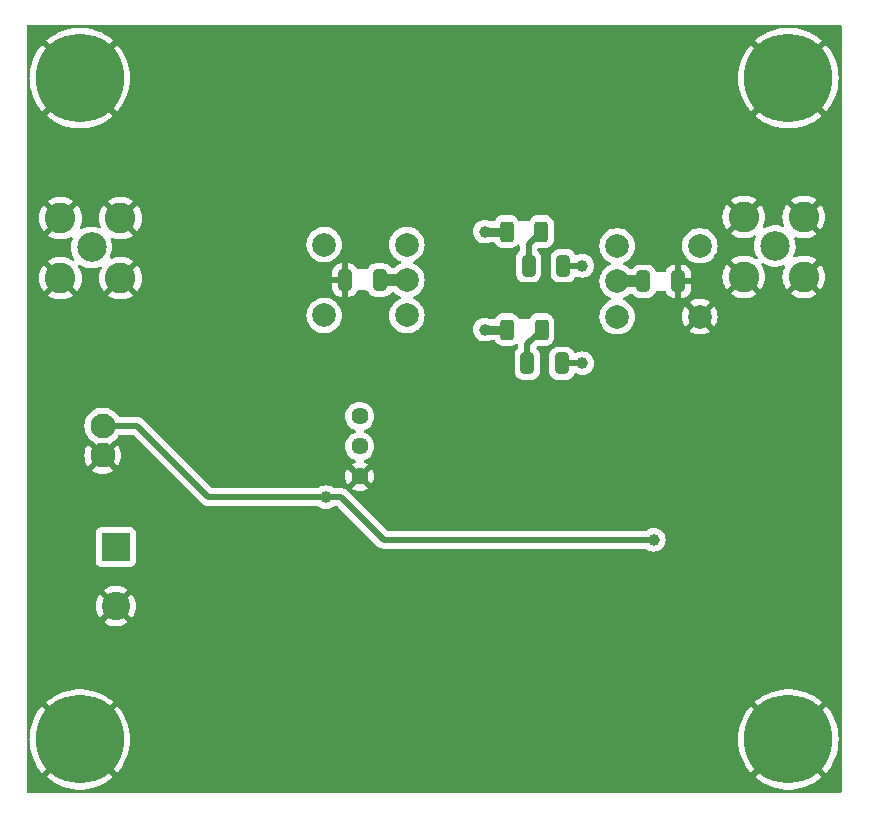
<source format=gbr>
G04 #@! TF.GenerationSoftware,KiCad,Pcbnew,8.0.7*
G04 #@! TF.CreationDate,2024-12-21T14:56:44-05:00*
G04 #@! TF.ProjectId,t41_2_low_power_amplifier,7434315f-325f-46c6-9f77-5f706f776572,rev?*
G04 #@! TF.SameCoordinates,Original*
G04 #@! TF.FileFunction,Copper,L2,Bot*
G04 #@! TF.FilePolarity,Positive*
%FSLAX46Y46*%
G04 Gerber Fmt 4.6, Leading zero omitted, Abs format (unit mm)*
G04 Created by KiCad (PCBNEW 8.0.7) date 2024-12-21 14:56:44*
%MOMM*%
%LPD*%
G01*
G04 APERTURE LIST*
G04 Aperture macros list*
%AMRoundRect*
0 Rectangle with rounded corners*
0 $1 Rounding radius*
0 $2 $3 $4 $5 $6 $7 $8 $9 X,Y pos of 4 corners*
0 Add a 4 corners polygon primitive as box body*
4,1,4,$2,$3,$4,$5,$6,$7,$8,$9,$2,$3,0*
0 Add four circle primitives for the rounded corners*
1,1,$1+$1,$2,$3*
1,1,$1+$1,$4,$5*
1,1,$1+$1,$6,$7*
1,1,$1+$1,$8,$9*
0 Add four rect primitives between the rounded corners*
20,1,$1+$1,$2,$3,$4,$5,0*
20,1,$1+$1,$4,$5,$6,$7,0*
20,1,$1+$1,$6,$7,$8,$9,0*
20,1,$1+$1,$8,$9,$2,$3,0*%
G04 Aperture macros list end*
G04 #@! TA.AperFunction,ComponentPad*
%ADD10C,2.000000*%
G04 #@! TD*
G04 #@! TA.AperFunction,ComponentPad*
%ADD11C,7.500000*%
G04 #@! TD*
G04 #@! TA.AperFunction,ComponentPad*
%ADD12C,1.440000*%
G04 #@! TD*
G04 #@! TA.AperFunction,ComponentPad*
%ADD13C,2.600000*%
G04 #@! TD*
G04 #@! TA.AperFunction,ComponentPad*
%ADD14C,2.500000*%
G04 #@! TD*
G04 #@! TA.AperFunction,ComponentPad*
%ADD15R,2.400000X2.400000*%
G04 #@! TD*
G04 #@! TA.AperFunction,ComponentPad*
%ADD16C,2.400000*%
G04 #@! TD*
G04 #@! TA.AperFunction,ComponentPad*
%ADD17C,2.100000*%
G04 #@! TD*
G04 #@! TA.AperFunction,SMDPad,CuDef*
%ADD18RoundRect,0.250000X0.325000X0.650000X-0.325000X0.650000X-0.325000X-0.650000X0.325000X-0.650000X0*%
G04 #@! TD*
G04 #@! TA.AperFunction,SMDPad,CuDef*
%ADD19RoundRect,0.250000X-0.325000X-0.650000X0.325000X-0.650000X0.325000X0.650000X-0.325000X0.650000X0*%
G04 #@! TD*
G04 #@! TA.AperFunction,SMDPad,CuDef*
%ADD20RoundRect,0.250000X0.312500X0.625000X-0.312500X0.625000X-0.312500X-0.625000X0.312500X-0.625000X0*%
G04 #@! TD*
G04 #@! TA.AperFunction,ViaPad*
%ADD21C,1.000000*%
G04 #@! TD*
G04 #@! TA.AperFunction,Conductor*
%ADD22C,1.000000*%
G04 #@! TD*
G04 #@! TA.AperFunction,Conductor*
%ADD23C,0.500000*%
G04 #@! TD*
G04 #@! TA.AperFunction,Conductor*
%ADD24C,0.750000*%
G04 #@! TD*
G04 #@! TA.AperFunction,Conductor*
%ADD25C,0.250000*%
G04 #@! TD*
G04 APERTURE END LIST*
D10*
X125700000Y-69100000D03*
X125700000Y-75100000D03*
X132700000Y-75100000D03*
X132700000Y-72100000D03*
X132700000Y-69100000D03*
D11*
X165000000Y-55000000D03*
D12*
X128700000Y-83650000D03*
X128700000Y-86190000D03*
X128700000Y-88730000D03*
D11*
X105000000Y-55000000D03*
X165000000Y-111000000D03*
D13*
X161220000Y-66750000D03*
X161220000Y-71830000D03*
X166300000Y-66750000D03*
X166300000Y-71830000D03*
D14*
X163860000Y-69215000D03*
D15*
X108050000Y-94700000D03*
D16*
X108050000Y-99700000D03*
D13*
X103370000Y-66870000D03*
X103370000Y-71950000D03*
X108450000Y-66870000D03*
X108450000Y-71950000D03*
D14*
X106010000Y-69335000D03*
D17*
X106950000Y-84450000D03*
X106950000Y-86950000D03*
D11*
X105000000Y-111000000D03*
D10*
X157500000Y-75200000D03*
X157500000Y-69200000D03*
X150500000Y-69200000D03*
X150500000Y-72200000D03*
X150500000Y-75200000D03*
D18*
X130400000Y-72100000D03*
X127450000Y-72100000D03*
D19*
X152725000Y-72200000D03*
X155675000Y-72200000D03*
X143000000Y-70900000D03*
X145950000Y-70900000D03*
X142887500Y-79150000D03*
X145837500Y-79150000D03*
D20*
X144075000Y-68000000D03*
X141150000Y-68000000D03*
X144100000Y-76300000D03*
X141175000Y-76300000D03*
D21*
X152000000Y-67725000D03*
X130000000Y-78850000D03*
X125450000Y-83350000D03*
X119550000Y-61575000D03*
X106975000Y-75275000D03*
X143200000Y-92075000D03*
X125500000Y-86450000D03*
X115500000Y-83900000D03*
X115500000Y-86300000D03*
X144475000Y-72450000D03*
X149000000Y-73625000D03*
X149075000Y-70750000D03*
X148400000Y-72250000D03*
X149325000Y-78700000D03*
X149325000Y-65500000D03*
X114900000Y-76700000D03*
X143450000Y-65650000D03*
X148700000Y-86650000D03*
X131300000Y-92800000D03*
X113350000Y-63050000D03*
X147500000Y-65000000D03*
X141300000Y-63650000D03*
X142900000Y-95575000D03*
X139800000Y-72150000D03*
X130800000Y-74275000D03*
X134075000Y-70600000D03*
X125500000Y-72100000D03*
X152350000Y-70225000D03*
X125200000Y-62800000D03*
X135600000Y-63350000D03*
X147225000Y-73325000D03*
X120850000Y-78450000D03*
X130850000Y-70100000D03*
X157400000Y-72200000D03*
X111950000Y-76700000D03*
X155000000Y-83900000D03*
X152000000Y-83900000D03*
X119400000Y-73400000D03*
X157200000Y-95500000D03*
X118075000Y-92400000D03*
X151450000Y-89125000D03*
X134200000Y-73600000D03*
X148250000Y-80600000D03*
X143325000Y-74400000D03*
X148300000Y-95550000D03*
X117950000Y-75550000D03*
X123225000Y-70700000D03*
X118600000Y-104250000D03*
X149625000Y-77125000D03*
X124600000Y-67300000D03*
X154200000Y-73725000D03*
X138600000Y-81000000D03*
X141200000Y-80550000D03*
X138100000Y-103350000D03*
X149625000Y-67300000D03*
X127600000Y-70000000D03*
X155300000Y-89975000D03*
X137050000Y-72150000D03*
X152000000Y-76700000D03*
X119350000Y-70450000D03*
X129400000Y-98100000D03*
X155625000Y-70175000D03*
X144350000Y-80900000D03*
X124100000Y-76900000D03*
X133300000Y-82200000D03*
X133700000Y-65500000D03*
X116450000Y-64700000D03*
X145575000Y-74200000D03*
X145550000Y-65650000D03*
X116850000Y-73650000D03*
X133850000Y-78775000D03*
X127600000Y-74250000D03*
X147550000Y-70900000D03*
X147537500Y-79150000D03*
X139300000Y-68000000D03*
X139287500Y-76300000D03*
X153600000Y-94100000D03*
X125850000Y-90500000D03*
D22*
X130400000Y-72100000D02*
X132700000Y-72100000D01*
D23*
X143000000Y-70900000D02*
X143000000Y-69075000D01*
X143000000Y-69075000D02*
X144075000Y-68000000D01*
X147550000Y-70900000D02*
X145950000Y-70900000D01*
X142887500Y-79150000D02*
X142887500Y-77512500D01*
X142887500Y-77512500D02*
X144100000Y-76300000D01*
X147537500Y-79150000D02*
X145837500Y-79150000D01*
D24*
X139300000Y-68000000D02*
X141150000Y-68000000D01*
X139287500Y-76300000D02*
X141175000Y-76300000D01*
D23*
X127150000Y-90500000D02*
X130750000Y-94100000D01*
X125850000Y-90500000D02*
X115900000Y-90500000D01*
X130800000Y-94100000D02*
X153600000Y-94100000D01*
X125850000Y-90500000D02*
X127150000Y-90500000D01*
D25*
X130750000Y-94100000D02*
X130800000Y-94100000D01*
D23*
X115900000Y-90500000D02*
X109850000Y-84450000D01*
X109850000Y-84450000D02*
X106950000Y-84450000D01*
D22*
X152725000Y-72200000D02*
X150500000Y-72200000D01*
G04 #@! TA.AperFunction,Conductor*
G36*
X169492539Y-50520185D02*
G01*
X169538294Y-50572989D01*
X169549500Y-50624500D01*
X169549500Y-115375500D01*
X169529815Y-115442539D01*
X169477011Y-115488294D01*
X169425500Y-115499500D01*
X100624500Y-115499500D01*
X100557461Y-115479815D01*
X100511706Y-115427011D01*
X100500500Y-115375500D01*
X100500500Y-111072626D01*
X100520185Y-111005587D01*
X100523400Y-111002801D01*
X100721054Y-111002801D01*
X100743477Y-111037691D01*
X100748360Y-111066726D01*
X100764447Y-111404450D01*
X100822071Y-111805231D01*
X100917531Y-112198722D01*
X100917534Y-112198733D01*
X101049956Y-112581340D01*
X101049966Y-112581365D01*
X101218168Y-112949675D01*
X101420621Y-113300335D01*
X101420627Y-113300343D01*
X101655485Y-113630154D01*
X101822985Y-113823460D01*
X103313098Y-112333347D01*
X103380076Y-112420635D01*
X103579365Y-112619924D01*
X103666650Y-112686900D01*
X102174928Y-114178622D01*
X102213676Y-114215568D01*
X102213695Y-114215585D01*
X102531968Y-114465877D01*
X102872594Y-114684782D01*
X103232485Y-114870319D01*
X103608383Y-115020806D01*
X103608395Y-115020810D01*
X103996882Y-115134880D01*
X103996899Y-115134884D01*
X104394460Y-115211508D01*
X104394472Y-115211510D01*
X104797554Y-115250000D01*
X105202446Y-115250000D01*
X105605527Y-115211510D01*
X105605539Y-115211508D01*
X106003100Y-115134884D01*
X106003117Y-115134880D01*
X106391604Y-115020810D01*
X106391616Y-115020806D01*
X106767507Y-114870322D01*
X106767511Y-114870320D01*
X107127406Y-114684782D01*
X107468031Y-114465877D01*
X107786314Y-114215578D01*
X107825069Y-114178622D01*
X106333348Y-112686901D01*
X106420635Y-112619924D01*
X106619924Y-112420635D01*
X106686901Y-112333348D01*
X108177012Y-113823459D01*
X108344512Y-113630156D01*
X108344523Y-113630143D01*
X108579372Y-113300343D01*
X108579378Y-113300335D01*
X108781831Y-112949675D01*
X108950033Y-112581365D01*
X108950043Y-112581340D01*
X109082465Y-112198733D01*
X109082468Y-112198722D01*
X109177928Y-111805231D01*
X109235552Y-111404450D01*
X109254818Y-111000000D01*
X160745181Y-111000000D01*
X160764447Y-111404450D01*
X160822071Y-111805231D01*
X160917531Y-112198722D01*
X160917534Y-112198733D01*
X161049956Y-112581340D01*
X161049966Y-112581365D01*
X161218168Y-112949675D01*
X161420621Y-113300335D01*
X161420627Y-113300343D01*
X161655485Y-113630154D01*
X161822985Y-113823460D01*
X163313098Y-112333347D01*
X163380076Y-112420635D01*
X163579365Y-112619924D01*
X163666650Y-112686900D01*
X162174928Y-114178622D01*
X162213676Y-114215568D01*
X162213695Y-114215585D01*
X162531968Y-114465877D01*
X162872594Y-114684782D01*
X163232485Y-114870319D01*
X163608383Y-115020806D01*
X163608395Y-115020810D01*
X163996882Y-115134880D01*
X163996899Y-115134884D01*
X164394460Y-115211508D01*
X164394472Y-115211510D01*
X164797554Y-115250000D01*
X165202446Y-115250000D01*
X165605527Y-115211510D01*
X165605539Y-115211508D01*
X166003100Y-115134884D01*
X166003117Y-115134880D01*
X166391604Y-115020810D01*
X166391616Y-115020806D01*
X166767507Y-114870322D01*
X166767511Y-114870320D01*
X167127406Y-114684782D01*
X167468031Y-114465877D01*
X167786314Y-114215578D01*
X167825069Y-114178622D01*
X166333348Y-112686901D01*
X166420635Y-112619924D01*
X166619924Y-112420635D01*
X166686901Y-112333348D01*
X168177012Y-113823459D01*
X168344512Y-113630156D01*
X168344523Y-113630143D01*
X168579372Y-113300343D01*
X168579378Y-113300335D01*
X168781831Y-112949675D01*
X168950033Y-112581365D01*
X168950043Y-112581340D01*
X169082465Y-112198733D01*
X169082468Y-112198722D01*
X169177928Y-111805231D01*
X169235552Y-111404450D01*
X169254818Y-111000000D01*
X169235552Y-110595549D01*
X169177928Y-110194768D01*
X169082468Y-109801277D01*
X169082465Y-109801266D01*
X168950043Y-109418659D01*
X168950033Y-109418634D01*
X168781831Y-109050324D01*
X168579378Y-108699664D01*
X168579372Y-108699656D01*
X168344523Y-108369856D01*
X168344512Y-108369843D01*
X168177013Y-108176538D01*
X166686900Y-109666650D01*
X166619924Y-109579365D01*
X166420635Y-109380076D01*
X166333347Y-109313098D01*
X167825070Y-107821376D01*
X167786323Y-107784431D01*
X167786304Y-107784414D01*
X167468031Y-107534122D01*
X167127406Y-107315217D01*
X166767511Y-107129679D01*
X166767507Y-107129677D01*
X166391616Y-106979193D01*
X166391604Y-106979189D01*
X166003117Y-106865119D01*
X166003100Y-106865115D01*
X165605539Y-106788491D01*
X165605527Y-106788489D01*
X165202446Y-106750000D01*
X164797554Y-106750000D01*
X164394472Y-106788489D01*
X164394460Y-106788491D01*
X163996899Y-106865115D01*
X163996882Y-106865119D01*
X163608395Y-106979189D01*
X163608383Y-106979193D01*
X163232485Y-107129680D01*
X162872594Y-107315217D01*
X162531968Y-107534122D01*
X162213685Y-107784421D01*
X162213673Y-107784432D01*
X162174929Y-107821375D01*
X162174929Y-107821376D01*
X163666651Y-109313098D01*
X163579365Y-109380076D01*
X163380076Y-109579365D01*
X163313098Y-109666651D01*
X161822986Y-108176539D01*
X161655485Y-108369845D01*
X161420627Y-108699656D01*
X161420621Y-108699664D01*
X161218168Y-109050324D01*
X161049966Y-109418634D01*
X161049956Y-109418659D01*
X160917534Y-109801266D01*
X160917531Y-109801277D01*
X160822071Y-110194768D01*
X160764447Y-110595549D01*
X160745181Y-111000000D01*
X109254818Y-111000000D01*
X109235552Y-110595549D01*
X109177928Y-110194768D01*
X109082468Y-109801277D01*
X109082465Y-109801266D01*
X108950043Y-109418659D01*
X108950033Y-109418634D01*
X108781831Y-109050324D01*
X108579378Y-108699664D01*
X108579372Y-108699656D01*
X108344523Y-108369856D01*
X108344512Y-108369843D01*
X108177013Y-108176538D01*
X106686900Y-109666650D01*
X106619924Y-109579365D01*
X106420635Y-109380076D01*
X106333347Y-109313098D01*
X107825070Y-107821376D01*
X107786323Y-107784431D01*
X107786304Y-107784414D01*
X107468031Y-107534122D01*
X107127406Y-107315217D01*
X106767511Y-107129679D01*
X106767507Y-107129677D01*
X106391616Y-106979193D01*
X106391604Y-106979189D01*
X106003117Y-106865119D01*
X106003100Y-106865115D01*
X105605539Y-106788491D01*
X105605527Y-106788489D01*
X105202446Y-106750000D01*
X104797554Y-106750000D01*
X104394472Y-106788489D01*
X104394460Y-106788491D01*
X103996899Y-106865115D01*
X103996882Y-106865119D01*
X103608395Y-106979189D01*
X103608383Y-106979193D01*
X103232485Y-107129680D01*
X102872594Y-107315217D01*
X102531968Y-107534122D01*
X102213685Y-107784421D01*
X102213673Y-107784432D01*
X102174929Y-107821375D01*
X102174929Y-107821376D01*
X103666651Y-109313098D01*
X103579365Y-109380076D01*
X103380076Y-109579365D01*
X103313098Y-109666651D01*
X101822986Y-108176539D01*
X101655485Y-108369845D01*
X101420627Y-108699656D01*
X101420621Y-108699664D01*
X101218168Y-109050324D01*
X101049966Y-109418634D01*
X101049956Y-109418659D01*
X100917534Y-109801266D01*
X100917531Y-109801277D01*
X100822071Y-110194768D01*
X100764447Y-110595549D01*
X100748360Y-110933273D01*
X100725507Y-110999300D01*
X100721054Y-111002801D01*
X100523400Y-111002801D01*
X100528242Y-110998605D01*
X100503995Y-110956607D01*
X100500500Y-110927373D01*
X100500500Y-99699995D01*
X106345233Y-99699995D01*
X106345233Y-99700004D01*
X106364273Y-99954079D01*
X106420968Y-100202477D01*
X106420973Y-100202494D01*
X106514058Y-100439671D01*
X106514057Y-100439671D01*
X106641457Y-100660332D01*
X106683452Y-100712993D01*
X107485387Y-99911058D01*
X107490889Y-99931591D01*
X107569881Y-100068408D01*
X107681592Y-100180119D01*
X107818409Y-100259111D01*
X107838940Y-100264612D01*
X107036813Y-101066737D01*
X107197623Y-101176375D01*
X107197624Y-101176376D01*
X107427176Y-101286921D01*
X107427174Y-101286921D01*
X107670652Y-101362024D01*
X107670658Y-101362026D01*
X107922595Y-101399999D01*
X107922604Y-101400000D01*
X108177396Y-101400000D01*
X108177404Y-101399999D01*
X108429341Y-101362026D01*
X108429347Y-101362024D01*
X108672824Y-101286921D01*
X108902381Y-101176373D01*
X109063185Y-101066737D01*
X108261059Y-100264612D01*
X108281591Y-100259111D01*
X108418408Y-100180119D01*
X108530119Y-100068408D01*
X108609111Y-99931591D01*
X108614612Y-99911059D01*
X109416545Y-100712993D01*
X109458545Y-100660327D01*
X109585941Y-100439671D01*
X109679026Y-100202494D01*
X109679031Y-100202477D01*
X109735726Y-99954079D01*
X109754767Y-99700004D01*
X109754767Y-99699995D01*
X109735726Y-99445920D01*
X109679031Y-99197522D01*
X109679026Y-99197505D01*
X109585941Y-98960328D01*
X109585942Y-98960328D01*
X109458544Y-98739671D01*
X109416546Y-98687006D01*
X108614612Y-99488939D01*
X108609111Y-99468409D01*
X108530119Y-99331592D01*
X108418408Y-99219881D01*
X108281591Y-99140889D01*
X108261058Y-99135387D01*
X109063185Y-98333261D01*
X108902377Y-98223624D01*
X108902376Y-98223623D01*
X108672823Y-98113078D01*
X108672825Y-98113078D01*
X108429347Y-98037975D01*
X108429341Y-98037973D01*
X108177404Y-98000000D01*
X107922595Y-98000000D01*
X107670658Y-98037973D01*
X107670652Y-98037975D01*
X107427175Y-98113078D01*
X107197624Y-98223623D01*
X107197616Y-98223628D01*
X107036813Y-98333261D01*
X107838940Y-99135387D01*
X107818409Y-99140889D01*
X107681592Y-99219881D01*
X107569881Y-99331592D01*
X107490889Y-99468409D01*
X107485387Y-99488940D01*
X106683453Y-98687006D01*
X106641455Y-98739670D01*
X106514058Y-98960328D01*
X106420973Y-99197505D01*
X106420968Y-99197522D01*
X106364273Y-99445920D01*
X106345233Y-99699995D01*
X100500500Y-99699995D01*
X100500500Y-93452135D01*
X106349500Y-93452135D01*
X106349500Y-95947870D01*
X106349501Y-95947876D01*
X106355908Y-96007483D01*
X106406202Y-96142328D01*
X106406206Y-96142335D01*
X106492452Y-96257544D01*
X106492455Y-96257547D01*
X106607664Y-96343793D01*
X106607671Y-96343797D01*
X106742517Y-96394091D01*
X106742516Y-96394091D01*
X106749444Y-96394835D01*
X106802127Y-96400500D01*
X109297872Y-96400499D01*
X109357483Y-96394091D01*
X109492331Y-96343796D01*
X109607546Y-96257546D01*
X109693796Y-96142331D01*
X109744091Y-96007483D01*
X109750500Y-95947873D01*
X109750499Y-93452128D01*
X109744091Y-93392517D01*
X109696189Y-93264086D01*
X109693797Y-93257671D01*
X109693793Y-93257664D01*
X109607547Y-93142455D01*
X109607544Y-93142452D01*
X109492335Y-93056206D01*
X109492328Y-93056202D01*
X109357482Y-93005908D01*
X109357483Y-93005908D01*
X109297883Y-92999501D01*
X109297881Y-92999500D01*
X109297873Y-92999500D01*
X109297864Y-92999500D01*
X106802129Y-92999500D01*
X106802123Y-92999501D01*
X106742516Y-93005908D01*
X106607671Y-93056202D01*
X106607664Y-93056206D01*
X106492455Y-93142452D01*
X106492452Y-93142455D01*
X106406206Y-93257664D01*
X106406202Y-93257671D01*
X106355908Y-93392517D01*
X106349501Y-93452116D01*
X106349501Y-93452123D01*
X106349500Y-93452135D01*
X100500500Y-93452135D01*
X100500500Y-84450000D01*
X105394706Y-84450000D01*
X105413853Y-84693297D01*
X105413853Y-84693300D01*
X105413854Y-84693302D01*
X105457515Y-84875162D01*
X105470830Y-84930619D01*
X105564222Y-85156089D01*
X105691737Y-85364173D01*
X105691738Y-85364176D01*
X105691741Y-85364179D01*
X105850241Y-85549759D01*
X106035821Y-85708259D01*
X106090435Y-85741726D01*
X106113325Y-85759772D01*
X106779766Y-86426212D01*
X106737708Y-86437482D01*
X106612292Y-86509890D01*
X106509890Y-86612292D01*
X106437482Y-86737708D01*
X106426212Y-86779765D01*
X105688504Y-86042056D01*
X105564668Y-86244141D01*
X105564665Y-86244146D01*
X105471303Y-86469542D01*
X105414348Y-86706780D01*
X105395207Y-86950000D01*
X105414348Y-87193219D01*
X105471303Y-87430457D01*
X105564668Y-87655861D01*
X105688504Y-87857942D01*
X106426212Y-87120234D01*
X106437482Y-87162292D01*
X106509890Y-87287708D01*
X106612292Y-87390110D01*
X106737708Y-87462518D01*
X106779765Y-87473787D01*
X106042056Y-88211494D01*
X106244138Y-88335331D01*
X106469542Y-88428696D01*
X106706780Y-88485651D01*
X106706779Y-88485651D01*
X106950000Y-88504792D01*
X107193219Y-88485651D01*
X107430457Y-88428696D01*
X107655861Y-88335331D01*
X107857942Y-88211494D01*
X107120234Y-87473787D01*
X107162292Y-87462518D01*
X107287708Y-87390110D01*
X107390110Y-87287708D01*
X107462518Y-87162292D01*
X107473787Y-87120234D01*
X108211494Y-87857942D01*
X108335331Y-87655861D01*
X108428696Y-87430457D01*
X108485651Y-87193219D01*
X108504792Y-86950000D01*
X108485651Y-86706780D01*
X108428696Y-86469542D01*
X108335331Y-86244138D01*
X108211494Y-86042056D01*
X107473787Y-86779764D01*
X107462518Y-86737708D01*
X107390110Y-86612292D01*
X107287708Y-86509890D01*
X107162292Y-86437482D01*
X107120232Y-86426211D01*
X107786672Y-85759773D01*
X107809557Y-85741731D01*
X107864179Y-85708259D01*
X108049759Y-85549759D01*
X108208259Y-85364179D01*
X108272278Y-85259710D01*
X108324089Y-85212835D01*
X108378005Y-85200500D01*
X109487770Y-85200500D01*
X109554809Y-85220185D01*
X109575451Y-85236819D01*
X115421586Y-91082954D01*
X115451058Y-91102645D01*
X115495270Y-91132186D01*
X115544505Y-91165084D01*
X115544506Y-91165084D01*
X115544507Y-91165085D01*
X115544509Y-91165086D01*
X115681082Y-91221656D01*
X115681087Y-91221658D01*
X115681091Y-91221658D01*
X115681092Y-91221659D01*
X115826079Y-91250500D01*
X115826082Y-91250500D01*
X115826083Y-91250500D01*
X115973917Y-91250500D01*
X125143022Y-91250500D01*
X125210061Y-91270185D01*
X125221687Y-91278647D01*
X125291460Y-91335909D01*
X125291467Y-91335913D01*
X125465266Y-91428811D01*
X125465269Y-91428811D01*
X125465273Y-91428814D01*
X125653868Y-91486024D01*
X125850000Y-91505341D01*
X126046132Y-91486024D01*
X126234727Y-91428814D01*
X126408538Y-91335910D01*
X126478313Y-91278647D01*
X126542623Y-91251334D01*
X126556978Y-91250500D01*
X126787770Y-91250500D01*
X126854809Y-91270185D01*
X126875451Y-91286819D01*
X130271578Y-94682947D01*
X130271581Y-94682949D01*
X130271584Y-94682952D01*
X130394506Y-94765084D01*
X130531088Y-94821658D01*
X130531092Y-94821658D01*
X130531093Y-94821659D01*
X130676080Y-94850500D01*
X130676083Y-94850500D01*
X130726082Y-94850500D01*
X152893022Y-94850500D01*
X152960061Y-94870185D01*
X152971687Y-94878647D01*
X153041460Y-94935909D01*
X153041467Y-94935913D01*
X153215266Y-95028811D01*
X153215269Y-95028811D01*
X153215273Y-95028814D01*
X153403868Y-95086024D01*
X153600000Y-95105341D01*
X153796132Y-95086024D01*
X153984727Y-95028814D01*
X154158538Y-94935910D01*
X154310883Y-94810883D01*
X154435910Y-94658538D01*
X154528814Y-94484727D01*
X154586024Y-94296132D01*
X154605341Y-94100000D01*
X154586024Y-93903868D01*
X154528814Y-93715273D01*
X154528811Y-93715269D01*
X154528811Y-93715266D01*
X154435913Y-93541467D01*
X154435909Y-93541460D01*
X154310883Y-93389116D01*
X154158539Y-93264090D01*
X154158532Y-93264086D01*
X153984733Y-93171188D01*
X153984727Y-93171186D01*
X153796132Y-93113976D01*
X153796129Y-93113975D01*
X153600000Y-93094659D01*
X153403870Y-93113975D01*
X153215266Y-93171188D01*
X153041467Y-93264086D01*
X153041460Y-93264090D01*
X152971687Y-93321353D01*
X152907377Y-93348666D01*
X152893022Y-93349500D01*
X131112230Y-93349500D01*
X131045191Y-93329815D01*
X131024549Y-93313181D01*
X127628421Y-89917052D01*
X127628414Y-89917046D01*
X127554729Y-89867812D01*
X127554729Y-89867813D01*
X127505491Y-89834913D01*
X127368917Y-89778343D01*
X127368907Y-89778340D01*
X127223920Y-89749500D01*
X127223918Y-89749500D01*
X126556978Y-89749500D01*
X126489939Y-89729815D01*
X126478313Y-89721353D01*
X126408539Y-89664090D01*
X126408532Y-89664086D01*
X126234733Y-89571188D01*
X126234727Y-89571186D01*
X126046132Y-89513976D01*
X126046129Y-89513975D01*
X125850000Y-89494659D01*
X125653870Y-89513975D01*
X125465266Y-89571188D01*
X125291467Y-89664086D01*
X125291460Y-89664090D01*
X125221687Y-89721353D01*
X125157377Y-89748666D01*
X125143022Y-89749500D01*
X116262230Y-89749500D01*
X116195191Y-89729815D01*
X116174549Y-89713181D01*
X110328421Y-83867052D01*
X110328414Y-83867046D01*
X110254729Y-83817812D01*
X110254729Y-83817813D01*
X110205491Y-83784913D01*
X110068917Y-83728343D01*
X110068907Y-83728340D01*
X109923920Y-83699500D01*
X109923918Y-83699500D01*
X108378005Y-83699500D01*
X108310966Y-83679815D01*
X108281780Y-83649998D01*
X127474838Y-83649998D01*
X127474838Y-83650001D01*
X127493450Y-83862740D01*
X127493452Y-83862752D01*
X127548721Y-84069022D01*
X127548723Y-84069026D01*
X127548724Y-84069030D01*
X127591171Y-84160058D01*
X127638977Y-84262578D01*
X127761472Y-84437521D01*
X127912478Y-84588527D01*
X127912481Y-84588529D01*
X128087419Y-84711021D01*
X128087421Y-84711022D01*
X128087420Y-84711022D01*
X128151936Y-84741106D01*
X128280970Y-84801276D01*
X128280983Y-84801279D01*
X128286064Y-84803130D01*
X128285292Y-84805250D01*
X128336710Y-84836594D01*
X128367237Y-84899442D01*
X128358939Y-84968817D01*
X128314452Y-85022693D01*
X128285685Y-85035830D01*
X128286064Y-85036870D01*
X128280972Y-85038723D01*
X128280970Y-85038724D01*
X128280968Y-85038725D01*
X128087421Y-85128977D01*
X127912478Y-85251472D01*
X127761472Y-85402478D01*
X127638977Y-85577421D01*
X127548725Y-85770968D01*
X127548721Y-85770977D01*
X127493452Y-85977247D01*
X127493450Y-85977258D01*
X127474838Y-86189998D01*
X127474838Y-86190001D01*
X127493450Y-86402741D01*
X127493452Y-86402752D01*
X127548721Y-86609022D01*
X127548723Y-86609026D01*
X127548724Y-86609030D01*
X127591171Y-86700058D01*
X127638977Y-86802578D01*
X127761472Y-86977521D01*
X127912478Y-87128527D01*
X127912481Y-87128529D01*
X128087419Y-87251021D01*
X128087421Y-87251022D01*
X128087420Y-87251022D01*
X128151936Y-87281106D01*
X128280970Y-87341276D01*
X128280983Y-87341279D01*
X128286064Y-87343130D01*
X128285390Y-87344978D01*
X128337680Y-87376857D01*
X128368204Y-87439707D01*
X128359903Y-87509082D01*
X128315413Y-87562956D01*
X128285904Y-87576432D01*
X128286236Y-87577342D01*
X128281140Y-87579197D01*
X128087671Y-87669412D01*
X128087669Y-87669413D01*
X128031969Y-87708415D01*
X128031968Y-87708415D01*
X128653554Y-88330000D01*
X128647339Y-88330000D01*
X128545606Y-88357259D01*
X128454394Y-88409920D01*
X128379920Y-88484394D01*
X128327259Y-88575606D01*
X128300000Y-88677339D01*
X128300000Y-88683553D01*
X127678415Y-88061968D01*
X127678415Y-88061969D01*
X127639413Y-88117669D01*
X127639412Y-88117671D01*
X127549197Y-88311140D01*
X127549194Y-88311146D01*
X127493945Y-88517337D01*
X127493944Y-88517345D01*
X127475340Y-88729997D01*
X127475340Y-88730002D01*
X127493944Y-88942654D01*
X127493945Y-88942662D01*
X127549194Y-89148853D01*
X127549197Y-89148859D01*
X127639413Y-89342329D01*
X127678415Y-89398030D01*
X128300000Y-88776445D01*
X128300000Y-88782661D01*
X128327259Y-88884394D01*
X128379920Y-88975606D01*
X128454394Y-89050080D01*
X128545606Y-89102741D01*
X128647339Y-89130000D01*
X128653554Y-89130000D01*
X128031968Y-89751584D01*
X128087663Y-89790582D01*
X128087669Y-89790586D01*
X128281140Y-89880802D01*
X128281146Y-89880805D01*
X128487337Y-89936054D01*
X128487345Y-89936055D01*
X128699998Y-89954660D01*
X128700002Y-89954660D01*
X128912654Y-89936055D01*
X128912662Y-89936054D01*
X129118853Y-89880805D01*
X129118864Y-89880801D01*
X129312325Y-89790589D01*
X129368030Y-89751583D01*
X128746447Y-89130000D01*
X128752661Y-89130000D01*
X128854394Y-89102741D01*
X128945606Y-89050080D01*
X129020080Y-88975606D01*
X129072741Y-88884394D01*
X129100000Y-88782661D01*
X129100000Y-88776446D01*
X129721583Y-89398029D01*
X129760589Y-89342325D01*
X129850801Y-89148864D01*
X129850805Y-89148853D01*
X129906054Y-88942662D01*
X129906055Y-88942654D01*
X129924660Y-88730002D01*
X129924660Y-88729997D01*
X129906055Y-88517345D01*
X129906054Y-88517337D01*
X129850805Y-88311146D01*
X129850802Y-88311140D01*
X129760586Y-88117669D01*
X129760582Y-88117663D01*
X129721584Y-88061968D01*
X129100000Y-88683552D01*
X129100000Y-88677339D01*
X129072741Y-88575606D01*
X129020080Y-88484394D01*
X128945606Y-88409920D01*
X128854394Y-88357259D01*
X128752661Y-88330000D01*
X128746447Y-88330000D01*
X129368030Y-87708415D01*
X129312329Y-87669413D01*
X129118859Y-87579197D01*
X129113764Y-87577342D01*
X129114455Y-87575443D01*
X129062325Y-87543667D01*
X129031797Y-87480820D01*
X129040093Y-87411444D01*
X129084579Y-87357567D01*
X129114257Y-87344014D01*
X129113936Y-87343130D01*
X129119013Y-87341280D01*
X129119030Y-87341276D01*
X129312581Y-87251021D01*
X129487519Y-87128529D01*
X129638529Y-86977519D01*
X129761021Y-86802581D01*
X129851276Y-86609030D01*
X129906549Y-86402747D01*
X129925162Y-86190000D01*
X129906549Y-85977253D01*
X129851276Y-85770970D01*
X129761021Y-85577419D01*
X129638529Y-85402481D01*
X129638527Y-85402478D01*
X129487521Y-85251472D01*
X129312578Y-85128977D01*
X129312579Y-85128977D01*
X129183547Y-85068809D01*
X129119030Y-85038724D01*
X129119023Y-85038722D01*
X129113936Y-85036870D01*
X129114709Y-85034746D01*
X129063305Y-85003424D01*
X129032766Y-84940581D01*
X129041050Y-84871204D01*
X129085528Y-84817320D01*
X129114315Y-84804172D01*
X129113936Y-84803130D01*
X129119013Y-84801280D01*
X129119030Y-84801276D01*
X129312581Y-84711021D01*
X129487519Y-84588529D01*
X129638529Y-84437519D01*
X129761021Y-84262581D01*
X129851276Y-84069030D01*
X129906549Y-83862747D01*
X129910481Y-83817813D01*
X129925162Y-83650001D01*
X129925162Y-83649998D01*
X129915173Y-83535823D01*
X129906549Y-83437253D01*
X129851276Y-83230970D01*
X129761021Y-83037419D01*
X129638529Y-82862481D01*
X129638527Y-82862478D01*
X129487521Y-82711472D01*
X129312578Y-82588977D01*
X129312579Y-82588977D01*
X129183547Y-82528809D01*
X129119030Y-82498724D01*
X129119026Y-82498723D01*
X129119022Y-82498721D01*
X128912752Y-82443452D01*
X128912748Y-82443451D01*
X128912747Y-82443451D01*
X128912746Y-82443450D01*
X128912741Y-82443450D01*
X128700002Y-82424838D01*
X128699998Y-82424838D01*
X128487258Y-82443450D01*
X128487247Y-82443452D01*
X128280977Y-82498721D01*
X128280968Y-82498725D01*
X128087421Y-82588977D01*
X127912478Y-82711472D01*
X127761472Y-82862478D01*
X127638977Y-83037421D01*
X127548725Y-83230968D01*
X127548721Y-83230977D01*
X127493452Y-83437247D01*
X127493450Y-83437258D01*
X127474838Y-83649998D01*
X108281780Y-83649998D01*
X108272278Y-83640290D01*
X108208262Y-83535825D01*
X108208261Y-83535823D01*
X108124069Y-83437247D01*
X108049759Y-83350241D01*
X107910108Y-83230968D01*
X107864176Y-83191738D01*
X107864173Y-83191737D01*
X107656089Y-83064222D01*
X107430618Y-82970830D01*
X107430621Y-82970830D01*
X107324992Y-82945470D01*
X107193302Y-82913854D01*
X107193300Y-82913853D01*
X107193297Y-82913853D01*
X106950000Y-82894706D01*
X106706702Y-82913853D01*
X106469380Y-82970830D01*
X106243910Y-83064222D01*
X106035826Y-83191737D01*
X106035823Y-83191738D01*
X105850241Y-83350241D01*
X105691738Y-83535823D01*
X105691737Y-83535826D01*
X105564222Y-83743910D01*
X105470830Y-83969380D01*
X105413853Y-84206702D01*
X105394706Y-84450000D01*
X100500500Y-84450000D01*
X100500500Y-75099994D01*
X124194357Y-75099994D01*
X124194357Y-75100005D01*
X124214890Y-75347812D01*
X124214892Y-75347824D01*
X124275936Y-75588881D01*
X124375826Y-75816606D01*
X124511833Y-76024782D01*
X124511836Y-76024785D01*
X124680256Y-76207738D01*
X124876491Y-76360474D01*
X124876493Y-76360475D01*
X125060500Y-76460055D01*
X125095190Y-76478828D01*
X125330386Y-76559571D01*
X125575665Y-76600500D01*
X125824335Y-76600500D01*
X126069614Y-76559571D01*
X126304810Y-76478828D01*
X126523509Y-76360474D01*
X126719744Y-76207738D01*
X126888164Y-76024785D01*
X127024173Y-75816607D01*
X127124063Y-75588881D01*
X127185108Y-75347821D01*
X127186494Y-75331096D01*
X127205643Y-75100005D01*
X127205643Y-75099994D01*
X127185109Y-74852187D01*
X127185107Y-74852175D01*
X127124063Y-74611118D01*
X127024173Y-74383393D01*
X126888166Y-74175217D01*
X126811800Y-74092262D01*
X126719744Y-73992262D01*
X126523509Y-73839526D01*
X126523507Y-73839525D01*
X126523506Y-73839524D01*
X126304811Y-73721172D01*
X126304802Y-73721169D01*
X126069616Y-73640429D01*
X125824335Y-73599500D01*
X125575665Y-73599500D01*
X125330383Y-73640429D01*
X125095197Y-73721169D01*
X125095188Y-73721172D01*
X124876493Y-73839524D01*
X124680257Y-73992261D01*
X124511833Y-74175217D01*
X124375826Y-74383393D01*
X124275936Y-74611118D01*
X124214892Y-74852175D01*
X124214890Y-74852187D01*
X124194357Y-75099994D01*
X100500500Y-75099994D01*
X100500500Y-66869995D01*
X101564953Y-66869995D01*
X101564953Y-66870004D01*
X101585113Y-67139026D01*
X101585113Y-67139028D01*
X101645142Y-67402033D01*
X101645148Y-67402052D01*
X101743709Y-67653181D01*
X101743708Y-67653181D01*
X101878600Y-67886818D01*
X101932294Y-67954150D01*
X101932295Y-67954150D01*
X102654152Y-67232292D01*
X102661049Y-67248942D01*
X102748599Y-67379970D01*
X102860030Y-67491401D01*
X102991058Y-67578951D01*
X103007705Y-67585846D01*
X102284848Y-68308703D01*
X102467476Y-68433216D01*
X102467485Y-68433221D01*
X102710539Y-68550269D01*
X102710537Y-68550269D01*
X102968337Y-68629790D01*
X102968343Y-68629792D01*
X103235101Y-68669999D01*
X103235110Y-68670000D01*
X103504890Y-68670000D01*
X103504898Y-68669999D01*
X103771656Y-68629792D01*
X103771662Y-68629790D01*
X104029458Y-68550270D01*
X104247927Y-68445061D01*
X104316869Y-68433709D01*
X104381003Y-68461431D01*
X104419969Y-68519426D01*
X104421394Y-68589281D01*
X104417158Y-68602081D01*
X104332583Y-68817578D01*
X104332578Y-68817590D01*
X104332576Y-68817597D01*
X104274197Y-69073374D01*
X104274196Y-69073379D01*
X104254592Y-69334995D01*
X104254592Y-69335004D01*
X104274196Y-69596620D01*
X104274197Y-69596625D01*
X104332576Y-69852402D01*
X104332578Y-69852411D01*
X104332580Y-69852416D01*
X104382071Y-69978517D01*
X104428432Y-70096643D01*
X104534256Y-70279937D01*
X104550729Y-70347837D01*
X104527876Y-70413864D01*
X104472955Y-70457055D01*
X104403402Y-70463696D01*
X104357017Y-70444390D01*
X104272526Y-70386784D01*
X104272516Y-70386778D01*
X104029460Y-70269730D01*
X104029462Y-70269730D01*
X103771662Y-70190209D01*
X103771656Y-70190207D01*
X103504898Y-70150000D01*
X103235101Y-70150000D01*
X102968343Y-70190207D01*
X102968337Y-70190209D01*
X102710538Y-70269730D01*
X102467482Y-70386780D01*
X102467469Y-70386787D01*
X102284848Y-70511294D01*
X103007706Y-71234152D01*
X102991058Y-71241049D01*
X102860030Y-71328599D01*
X102748599Y-71440030D01*
X102661049Y-71571058D01*
X102654152Y-71587706D01*
X101932294Y-70865848D01*
X101878602Y-70933177D01*
X101743709Y-71166818D01*
X101645148Y-71417947D01*
X101645142Y-71417966D01*
X101585113Y-71680971D01*
X101585113Y-71680973D01*
X101564953Y-71949995D01*
X101564953Y-71950000D01*
X101585113Y-72219026D01*
X101585113Y-72219028D01*
X101645142Y-72482033D01*
X101645148Y-72482052D01*
X101743709Y-72733181D01*
X101743708Y-72733181D01*
X101878600Y-72966818D01*
X101932294Y-73034150D01*
X101932295Y-73034150D01*
X102654152Y-72312292D01*
X102661049Y-72328942D01*
X102748599Y-72459970D01*
X102860030Y-72571401D01*
X102991058Y-72658951D01*
X103007706Y-72665846D01*
X102284848Y-73388703D01*
X102467476Y-73513216D01*
X102467485Y-73513221D01*
X102710539Y-73630269D01*
X102710537Y-73630269D01*
X102968337Y-73709790D01*
X102968343Y-73709792D01*
X103235101Y-73749999D01*
X103235110Y-73750000D01*
X103504890Y-73750000D01*
X103504898Y-73749999D01*
X103771656Y-73709792D01*
X103771662Y-73709790D01*
X104029461Y-73630269D01*
X104272516Y-73513221D01*
X104272517Y-73513220D01*
X104455150Y-73388703D01*
X103732293Y-72665847D01*
X103748942Y-72658951D01*
X103879970Y-72571401D01*
X103991401Y-72459970D01*
X104078951Y-72328942D01*
X104085847Y-72312293D01*
X104807703Y-73034150D01*
X104807704Y-73034149D01*
X104861400Y-72966818D01*
X104996290Y-72733181D01*
X105094851Y-72482052D01*
X105094857Y-72482033D01*
X105154886Y-72219028D01*
X105154886Y-72219026D01*
X105175047Y-71950000D01*
X105175047Y-71949995D01*
X105154886Y-71680973D01*
X105154886Y-71680971D01*
X105094857Y-71417966D01*
X105094851Y-71417947D01*
X104996290Y-71166818D01*
X104996291Y-71166818D01*
X104882961Y-70970527D01*
X104866488Y-70902627D01*
X104889340Y-70836600D01*
X104944261Y-70793410D01*
X105013815Y-70786768D01*
X105060197Y-70806071D01*
X105132296Y-70855228D01*
X105132301Y-70855230D01*
X105132302Y-70855231D01*
X105132303Y-70855232D01*
X105225266Y-70900000D01*
X105368673Y-70969061D01*
X105368674Y-70969061D01*
X105368677Y-70969063D01*
X105619385Y-71046396D01*
X105878818Y-71085500D01*
X106141182Y-71085500D01*
X106400615Y-71046396D01*
X106651323Y-70969063D01*
X106686056Y-70952336D01*
X106754994Y-70940985D01*
X106819128Y-70968706D01*
X106858094Y-71026701D01*
X106859520Y-71096556D01*
X106847243Y-71126056D01*
X106823708Y-71166820D01*
X106725148Y-71417947D01*
X106725142Y-71417966D01*
X106665113Y-71680971D01*
X106665113Y-71680973D01*
X106644953Y-71949995D01*
X106644953Y-71950000D01*
X106665113Y-72219026D01*
X106665113Y-72219028D01*
X106725142Y-72482033D01*
X106725148Y-72482052D01*
X106823709Y-72733181D01*
X106823708Y-72733181D01*
X106958600Y-72966818D01*
X107012294Y-73034150D01*
X107734152Y-72312292D01*
X107741049Y-72328942D01*
X107828599Y-72459970D01*
X107940030Y-72571401D01*
X108071058Y-72658951D01*
X108087706Y-72665846D01*
X107364848Y-73388703D01*
X107547476Y-73513216D01*
X107547485Y-73513221D01*
X107790539Y-73630269D01*
X107790537Y-73630269D01*
X108048337Y-73709790D01*
X108048343Y-73709792D01*
X108315101Y-73749999D01*
X108315110Y-73750000D01*
X108584890Y-73750000D01*
X108584898Y-73749999D01*
X108851656Y-73709792D01*
X108851662Y-73709790D01*
X109109461Y-73630269D01*
X109352516Y-73513221D01*
X109352517Y-73513220D01*
X109535150Y-73388703D01*
X108812293Y-72665847D01*
X108828942Y-72658951D01*
X108959970Y-72571401D01*
X109071401Y-72459970D01*
X109158951Y-72328942D01*
X109165847Y-72312293D01*
X109887703Y-73034150D01*
X109887704Y-73034149D01*
X109941400Y-72966818D01*
X110037720Y-72799986D01*
X126375001Y-72799986D01*
X126385494Y-72902697D01*
X126440641Y-73069119D01*
X126440643Y-73069124D01*
X126532684Y-73218345D01*
X126656654Y-73342315D01*
X126805875Y-73434356D01*
X126805880Y-73434358D01*
X126972302Y-73489505D01*
X126972309Y-73489506D01*
X127075019Y-73499999D01*
X127199999Y-73499999D01*
X127200000Y-73499998D01*
X127200000Y-72350000D01*
X126375001Y-72350000D01*
X126375001Y-72799986D01*
X110037720Y-72799986D01*
X110076290Y-72733181D01*
X110174851Y-72482052D01*
X110174857Y-72482033D01*
X110234886Y-72219028D01*
X110234886Y-72219026D01*
X110255047Y-71950000D01*
X110255047Y-71949995D01*
X110234886Y-71680973D01*
X110234886Y-71680971D01*
X110174857Y-71417966D01*
X110174851Y-71417947D01*
X110167812Y-71400013D01*
X126375000Y-71400013D01*
X126375000Y-71850000D01*
X127200000Y-71850000D01*
X127200000Y-70700000D01*
X127700000Y-70700000D01*
X127700000Y-73499999D01*
X127824972Y-73499999D01*
X127824986Y-73499998D01*
X127927697Y-73489505D01*
X128094119Y-73434358D01*
X128094124Y-73434356D01*
X128243345Y-73342315D01*
X128367315Y-73218345D01*
X128459356Y-73069124D01*
X128462408Y-73062579D01*
X128463764Y-73063211D01*
X128498842Y-73012550D01*
X128563358Y-72985728D01*
X128576774Y-72985000D01*
X129272699Y-72985000D01*
X129339738Y-73004685D01*
X129385493Y-73057489D01*
X129389929Y-73068783D01*
X129390184Y-73069330D01*
X129390185Y-73069332D01*
X129390186Y-73069334D01*
X129482288Y-73218656D01*
X129606344Y-73342712D01*
X129755666Y-73434814D01*
X129922203Y-73489999D01*
X130024991Y-73500500D01*
X130775008Y-73500499D01*
X130775016Y-73500498D01*
X130775019Y-73500498D01*
X130850690Y-73492768D01*
X130877797Y-73489999D01*
X131044334Y-73434814D01*
X131193656Y-73342712D01*
X131317712Y-73218656D01*
X131354259Y-73159402D01*
X131406207Y-73112679D01*
X131459798Y-73100500D01*
X131527145Y-73100500D01*
X131594184Y-73120185D01*
X131618374Y-73140517D01*
X131673593Y-73200500D01*
X131680256Y-73207738D01*
X131876491Y-73360474D01*
X132095190Y-73478828D01*
X132105682Y-73482430D01*
X132106524Y-73482719D01*
X132163539Y-73523106D01*
X132189668Y-73587906D01*
X132176615Y-73656546D01*
X132128526Y-73707233D01*
X132106524Y-73717281D01*
X132095191Y-73721171D01*
X132095188Y-73721172D01*
X131876493Y-73839524D01*
X131680257Y-73992261D01*
X131511833Y-74175217D01*
X131375826Y-74383393D01*
X131275936Y-74611118D01*
X131214892Y-74852175D01*
X131214890Y-74852187D01*
X131194357Y-75099994D01*
X131194357Y-75100005D01*
X131214890Y-75347812D01*
X131214892Y-75347824D01*
X131275936Y-75588881D01*
X131375826Y-75816606D01*
X131511833Y-76024782D01*
X131511836Y-76024785D01*
X131680256Y-76207738D01*
X131876491Y-76360474D01*
X131876493Y-76360475D01*
X132060500Y-76460055D01*
X132095190Y-76478828D01*
X132330386Y-76559571D01*
X132575665Y-76600500D01*
X132824335Y-76600500D01*
X133069614Y-76559571D01*
X133304810Y-76478828D01*
X133523509Y-76360474D01*
X133601206Y-76300000D01*
X138282159Y-76300000D01*
X138301475Y-76496129D01*
X138358688Y-76684733D01*
X138451586Y-76858532D01*
X138451590Y-76858539D01*
X138576616Y-77010883D01*
X138728960Y-77135909D01*
X138728967Y-77135913D01*
X138902766Y-77228811D01*
X138902769Y-77228811D01*
X138902773Y-77228814D01*
X139091368Y-77286024D01*
X139287500Y-77305341D01*
X139483632Y-77286024D01*
X139672227Y-77228814D01*
X139744577Y-77190141D01*
X139803030Y-77175500D01*
X140066592Y-77175500D01*
X140133631Y-77195185D01*
X140172136Y-77239271D01*
X140173895Y-77238187D01*
X140177685Y-77244331D01*
X140177686Y-77244334D01*
X140269788Y-77393656D01*
X140393844Y-77517712D01*
X140543166Y-77609814D01*
X140709703Y-77664999D01*
X140812491Y-77675500D01*
X141537508Y-77675499D01*
X141537516Y-77675498D01*
X141537519Y-77675498D01*
X141593802Y-77669748D01*
X141640297Y-77664999D01*
X141806834Y-77609814D01*
X141947907Y-77522799D01*
X142015295Y-77504361D01*
X142081959Y-77525283D01*
X142126729Y-77578925D01*
X142137000Y-77628340D01*
X142137000Y-77813132D01*
X142117315Y-77880171D01*
X142098116Y-77901346D01*
X142098951Y-77902181D01*
X141969789Y-78031342D01*
X141877687Y-78180663D01*
X141877685Y-78180668D01*
X141865539Y-78217323D01*
X141822501Y-78347203D01*
X141822501Y-78347204D01*
X141822500Y-78347204D01*
X141812000Y-78449983D01*
X141812000Y-79850001D01*
X141812001Y-79850018D01*
X141822500Y-79952796D01*
X141822501Y-79952799D01*
X141877685Y-80119331D01*
X141877687Y-80119336D01*
X141899895Y-80155341D01*
X141969788Y-80268656D01*
X142093844Y-80392712D01*
X142243166Y-80484814D01*
X142409703Y-80539999D01*
X142512491Y-80550500D01*
X143262508Y-80550499D01*
X143262516Y-80550498D01*
X143262519Y-80550498D01*
X143318802Y-80544748D01*
X143365297Y-80539999D01*
X143531834Y-80484814D01*
X143681156Y-80392712D01*
X143805212Y-80268656D01*
X143897314Y-80119334D01*
X143952499Y-79952797D01*
X143963000Y-79850009D01*
X143962999Y-78449992D01*
X143962998Y-78449983D01*
X144762000Y-78449983D01*
X144762000Y-79850001D01*
X144762001Y-79850018D01*
X144772500Y-79952796D01*
X144772501Y-79952799D01*
X144827685Y-80119331D01*
X144827687Y-80119336D01*
X144849895Y-80155341D01*
X144919788Y-80268656D01*
X145043844Y-80392712D01*
X145193166Y-80484814D01*
X145359703Y-80539999D01*
X145462491Y-80550500D01*
X146212508Y-80550499D01*
X146212516Y-80550498D01*
X146212519Y-80550498D01*
X146268802Y-80544748D01*
X146315297Y-80539999D01*
X146481834Y-80484814D01*
X146631156Y-80392712D01*
X146755212Y-80268656D01*
X146847314Y-80119334D01*
X146858370Y-80085966D01*
X146898141Y-80028522D01*
X146962657Y-80001698D01*
X147031433Y-80014012D01*
X147034529Y-80015612D01*
X147152767Y-80078811D01*
X147152773Y-80078814D01*
X147341368Y-80136024D01*
X147537500Y-80155341D01*
X147733632Y-80136024D01*
X147922227Y-80078814D01*
X148096038Y-79985910D01*
X148248383Y-79860883D01*
X148373410Y-79708538D01*
X148466314Y-79534727D01*
X148523524Y-79346132D01*
X148542841Y-79150000D01*
X148523524Y-78953868D01*
X148466314Y-78765273D01*
X148466311Y-78765269D01*
X148466311Y-78765266D01*
X148373413Y-78591467D01*
X148373409Y-78591460D01*
X148248383Y-78439116D01*
X148096039Y-78314090D01*
X148096032Y-78314086D01*
X147922233Y-78221188D01*
X147922227Y-78221186D01*
X147733632Y-78163976D01*
X147733629Y-78163975D01*
X147537500Y-78144659D01*
X147341370Y-78163975D01*
X147256746Y-78189645D01*
X147152773Y-78221186D01*
X147152770Y-78221187D01*
X147152768Y-78221188D01*
X147034528Y-78284388D01*
X146966126Y-78298629D01*
X146900882Y-78273628D01*
X146859512Y-78217323D01*
X146858370Y-78214032D01*
X146847315Y-78180670D01*
X146847314Y-78180666D01*
X146755212Y-78031344D01*
X146631156Y-77907288D01*
X146538388Y-77850069D01*
X146481836Y-77815187D01*
X146481831Y-77815185D01*
X146437261Y-77800416D01*
X146315297Y-77760001D01*
X146315295Y-77760000D01*
X146212510Y-77749500D01*
X145462498Y-77749500D01*
X145462480Y-77749501D01*
X145359703Y-77760000D01*
X145359700Y-77760001D01*
X145193168Y-77815185D01*
X145193163Y-77815187D01*
X145043842Y-77907289D01*
X144919789Y-78031342D01*
X144827687Y-78180663D01*
X144827685Y-78180668D01*
X144815539Y-78217323D01*
X144772501Y-78347203D01*
X144772501Y-78347204D01*
X144772500Y-78347204D01*
X144762000Y-78449983D01*
X143962998Y-78449983D01*
X143952499Y-78347203D01*
X143897314Y-78180666D01*
X143805212Y-78031344D01*
X143705299Y-77931431D01*
X143671814Y-77870108D01*
X143676798Y-77800416D01*
X143705299Y-77756069D01*
X143749550Y-77711818D01*
X143810873Y-77678333D01*
X143837231Y-77675499D01*
X144462502Y-77675499D01*
X144462508Y-77675499D01*
X144565297Y-77664999D01*
X144731834Y-77609814D01*
X144881156Y-77517712D01*
X145005212Y-77393656D01*
X145097314Y-77244334D01*
X145152499Y-77077797D01*
X145163000Y-76975009D01*
X145162999Y-75624992D01*
X145152499Y-75522203D01*
X145097314Y-75355666D01*
X145005212Y-75206344D01*
X144881156Y-75082288D01*
X144788388Y-75025069D01*
X144731836Y-74990187D01*
X144731831Y-74990185D01*
X144730362Y-74989698D01*
X144565297Y-74935001D01*
X144565295Y-74935000D01*
X144462510Y-74924500D01*
X143737498Y-74924500D01*
X143737480Y-74924501D01*
X143634703Y-74935000D01*
X143634700Y-74935001D01*
X143468168Y-74990185D01*
X143468163Y-74990187D01*
X143318842Y-75082289D01*
X143194787Y-75206344D01*
X143117841Y-75331096D01*
X143065893Y-75377821D01*
X143012302Y-75390000D01*
X142262698Y-75390000D01*
X142195659Y-75370315D01*
X142157159Y-75331096D01*
X142146599Y-75313976D01*
X142080212Y-75206344D01*
X141956156Y-75082288D01*
X141863388Y-75025069D01*
X141806836Y-74990187D01*
X141806831Y-74990185D01*
X141805362Y-74989698D01*
X141640297Y-74935001D01*
X141640295Y-74935000D01*
X141537510Y-74924500D01*
X140812498Y-74924500D01*
X140812480Y-74924501D01*
X140709703Y-74935000D01*
X140709700Y-74935001D01*
X140543168Y-74990185D01*
X140543163Y-74990187D01*
X140393842Y-75082289D01*
X140269789Y-75206342D01*
X140269788Y-75206344D01*
X140182531Y-75347812D01*
X140173895Y-75361813D01*
X140172100Y-75360706D01*
X140132813Y-75405337D01*
X140066592Y-75424500D01*
X139803030Y-75424500D01*
X139744577Y-75409858D01*
X139712967Y-75392962D01*
X139672230Y-75371187D01*
X139669355Y-75370315D01*
X139483632Y-75313976D01*
X139483629Y-75313975D01*
X139287500Y-75294659D01*
X139091370Y-75313975D01*
X138902766Y-75371188D01*
X138728967Y-75464086D01*
X138728960Y-75464090D01*
X138576616Y-75589116D01*
X138451590Y-75741460D01*
X138451586Y-75741467D01*
X138358688Y-75915266D01*
X138301475Y-76103870D01*
X138282159Y-76300000D01*
X133601206Y-76300000D01*
X133719744Y-76207738D01*
X133888164Y-76024785D01*
X134024173Y-75816607D01*
X134124063Y-75588881D01*
X134185108Y-75347821D01*
X134186494Y-75331096D01*
X134205643Y-75100005D01*
X134205643Y-75099994D01*
X134185109Y-74852187D01*
X134185107Y-74852175D01*
X134124063Y-74611118D01*
X134024173Y-74383393D01*
X133888166Y-74175217D01*
X133811800Y-74092262D01*
X133719744Y-73992262D01*
X133523509Y-73839526D01*
X133523507Y-73839525D01*
X133523506Y-73839524D01*
X133304811Y-73721172D01*
X133304802Y-73721169D01*
X133293477Y-73717281D01*
X133236462Y-73676896D01*
X133210331Y-73612096D01*
X133223382Y-73543456D01*
X133271471Y-73492768D01*
X133293477Y-73482719D01*
X133297235Y-73481428D01*
X133304810Y-73478828D01*
X133523509Y-73360474D01*
X133719744Y-73207738D01*
X133888164Y-73024785D01*
X134024173Y-72816607D01*
X134124063Y-72588881D01*
X134185108Y-72347821D01*
X134185759Y-72339970D01*
X134205643Y-72100005D01*
X134205643Y-72099994D01*
X134185109Y-71852187D01*
X134185107Y-71852175D01*
X134124063Y-71611118D01*
X134024173Y-71383393D01*
X133888166Y-71175217D01*
X133824536Y-71106097D01*
X133719744Y-70992262D01*
X133523509Y-70839526D01*
X133523507Y-70839525D01*
X133523506Y-70839524D01*
X133304811Y-70721172D01*
X133304802Y-70721169D01*
X133293477Y-70717281D01*
X133236462Y-70676896D01*
X133210331Y-70612096D01*
X133223382Y-70543456D01*
X133271471Y-70492768D01*
X133293477Y-70482719D01*
X133297235Y-70481428D01*
X133304810Y-70478828D01*
X133523509Y-70360474D01*
X133719744Y-70207738D01*
X133888164Y-70024785D01*
X134024173Y-69816607D01*
X134124063Y-69588881D01*
X134185108Y-69347821D01*
X134186170Y-69335004D01*
X134205643Y-69100005D01*
X134205643Y-69099994D01*
X134185109Y-68852187D01*
X134185107Y-68852175D01*
X134124063Y-68611118D01*
X134024173Y-68383393D01*
X133888166Y-68175217D01*
X133811800Y-68092262D01*
X133726867Y-68000000D01*
X138294659Y-68000000D01*
X138313975Y-68196129D01*
X138313976Y-68196132D01*
X138370781Y-68383393D01*
X138371188Y-68384733D01*
X138464086Y-68558532D01*
X138464090Y-68558539D01*
X138589116Y-68710883D01*
X138741460Y-68835909D01*
X138741467Y-68835913D01*
X138915266Y-68928811D01*
X138915269Y-68928811D01*
X138915273Y-68928814D01*
X139103868Y-68986024D01*
X139300000Y-69005341D01*
X139496132Y-68986024D01*
X139684727Y-68928814D01*
X139757077Y-68890141D01*
X139815530Y-68875500D01*
X140041592Y-68875500D01*
X140108631Y-68895185D01*
X140147136Y-68939271D01*
X140148895Y-68938187D01*
X140152685Y-68944331D01*
X140152686Y-68944334D01*
X140244788Y-69093656D01*
X140368844Y-69217712D01*
X140518166Y-69309814D01*
X140684703Y-69364999D01*
X140787491Y-69375500D01*
X141512508Y-69375499D01*
X141512516Y-69375498D01*
X141512519Y-69375498D01*
X141568802Y-69369748D01*
X141615297Y-69364999D01*
X141781834Y-69309814D01*
X141931156Y-69217712D01*
X142037819Y-69111049D01*
X142099142Y-69077564D01*
X142168834Y-69082548D01*
X142224767Y-69124420D01*
X142249184Y-69189884D01*
X142249500Y-69198730D01*
X142249500Y-69563132D01*
X142229815Y-69630171D01*
X142210616Y-69651346D01*
X142211451Y-69652181D01*
X142082289Y-69781342D01*
X141990187Y-69930663D01*
X141990185Y-69930668D01*
X141962349Y-70014670D01*
X141935001Y-70097203D01*
X141935001Y-70097204D01*
X141935000Y-70097204D01*
X141924500Y-70199983D01*
X141924500Y-71600001D01*
X141924501Y-71600018D01*
X141935000Y-71702796D01*
X141935001Y-71702799D01*
X141990185Y-71869331D01*
X141990187Y-71869336D01*
X142012395Y-71905341D01*
X142082288Y-72018656D01*
X142206344Y-72142712D01*
X142355666Y-72234814D01*
X142522203Y-72289999D01*
X142624991Y-72300500D01*
X143375008Y-72300499D01*
X143375016Y-72300498D01*
X143375019Y-72300498D01*
X143431302Y-72294748D01*
X143477797Y-72289999D01*
X143644334Y-72234814D01*
X143793656Y-72142712D01*
X143917712Y-72018656D01*
X144009814Y-71869334D01*
X144064999Y-71702797D01*
X144075500Y-71600009D01*
X144075499Y-70199992D01*
X144075498Y-70199983D01*
X144874500Y-70199983D01*
X144874500Y-71600001D01*
X144874501Y-71600018D01*
X144885000Y-71702796D01*
X144885001Y-71702799D01*
X144940185Y-71869331D01*
X144940187Y-71869336D01*
X144962395Y-71905341D01*
X145032288Y-72018656D01*
X145156344Y-72142712D01*
X145305666Y-72234814D01*
X145472203Y-72289999D01*
X145574991Y-72300500D01*
X146325008Y-72300499D01*
X146325016Y-72300498D01*
X146325019Y-72300498D01*
X146381302Y-72294748D01*
X146427797Y-72289999D01*
X146594334Y-72234814D01*
X146743656Y-72142712D01*
X146867712Y-72018656D01*
X146959814Y-71869334D01*
X146959814Y-71869331D01*
X146959817Y-71869328D01*
X146960588Y-71867675D01*
X146961418Y-71866731D01*
X146963605Y-71863187D01*
X146964210Y-71863560D01*
X147006760Y-71815235D01*
X147073953Y-71796083D01*
X147131422Y-71810720D01*
X147165273Y-71828814D01*
X147353868Y-71886024D01*
X147550000Y-71905341D01*
X147746132Y-71886024D01*
X147934727Y-71828814D01*
X147960132Y-71815235D01*
X148079919Y-71751207D01*
X148108538Y-71735910D01*
X148260883Y-71610883D01*
X148385910Y-71458538D01*
X148455364Y-71328599D01*
X148478811Y-71284733D01*
X148478811Y-71284732D01*
X148478814Y-71284727D01*
X148536024Y-71096132D01*
X148555341Y-70900000D01*
X148536024Y-70703868D01*
X148478814Y-70515273D01*
X148478811Y-70515269D01*
X148478811Y-70515266D01*
X148385913Y-70341467D01*
X148385909Y-70341460D01*
X148260883Y-70189116D01*
X148108539Y-70064090D01*
X148108532Y-70064086D01*
X147934733Y-69971188D01*
X147934727Y-69971186D01*
X147746132Y-69913976D01*
X147746129Y-69913975D01*
X147550000Y-69894659D01*
X147353870Y-69913975D01*
X147165270Y-69971187D01*
X147131419Y-69989280D01*
X147063015Y-70003520D01*
X146997772Y-69978517D01*
X146964004Y-69936566D01*
X146963605Y-69936813D01*
X146961647Y-69933638D01*
X146960584Y-69932318D01*
X146959815Y-69930669D01*
X146959814Y-69930666D01*
X146867712Y-69781344D01*
X146743656Y-69657288D01*
X146594334Y-69565186D01*
X146427797Y-69510001D01*
X146427795Y-69510000D01*
X146325010Y-69499500D01*
X145574998Y-69499500D01*
X145574980Y-69499501D01*
X145472203Y-69510000D01*
X145472200Y-69510001D01*
X145305668Y-69565185D01*
X145305663Y-69565187D01*
X145156342Y-69657289D01*
X145032289Y-69781342D01*
X144940187Y-69930663D01*
X144940185Y-69930668D01*
X144912349Y-70014670D01*
X144885001Y-70097203D01*
X144885001Y-70097204D01*
X144885000Y-70097204D01*
X144874500Y-70199983D01*
X144075498Y-70199983D01*
X144074499Y-70190207D01*
X144064999Y-70097203D01*
X144064998Y-70097200D01*
X144054025Y-70064086D01*
X144009814Y-69930666D01*
X143917712Y-69781344D01*
X143793656Y-69657288D01*
X143788549Y-69652181D01*
X143790435Y-69650294D01*
X143757212Y-69603375D01*
X143750500Y-69563132D01*
X143750500Y-69499499D01*
X143770185Y-69432460D01*
X143822989Y-69386705D01*
X143874500Y-69375499D01*
X144437502Y-69375499D01*
X144437508Y-69375499D01*
X144540297Y-69364999D01*
X144706834Y-69309814D01*
X144856156Y-69217712D01*
X144873874Y-69199994D01*
X148994357Y-69199994D01*
X148994357Y-69200005D01*
X149014890Y-69447812D01*
X149014892Y-69447824D01*
X149075936Y-69688881D01*
X149175826Y-69916606D01*
X149311833Y-70124782D01*
X149311836Y-70124785D01*
X149480256Y-70307738D01*
X149676491Y-70460474D01*
X149895190Y-70578828D01*
X149905682Y-70582430D01*
X149906524Y-70582719D01*
X149963539Y-70623106D01*
X149989668Y-70687906D01*
X149976615Y-70756546D01*
X149928526Y-70807233D01*
X149906524Y-70817281D01*
X149895191Y-70821171D01*
X149895188Y-70821172D01*
X149676493Y-70939524D01*
X149480257Y-71092261D01*
X149311833Y-71275217D01*
X149175826Y-71483393D01*
X149075936Y-71711118D01*
X149014892Y-71952175D01*
X149014890Y-71952187D01*
X148994357Y-72199994D01*
X148994357Y-72200005D01*
X149014890Y-72447812D01*
X149014892Y-72447824D01*
X149075936Y-72688881D01*
X149175826Y-72916606D01*
X149311833Y-73124782D01*
X149311836Y-73124785D01*
X149480256Y-73307738D01*
X149676491Y-73460474D01*
X149895190Y-73578828D01*
X149905682Y-73582430D01*
X149906524Y-73582719D01*
X149963539Y-73623106D01*
X149989668Y-73687906D01*
X149976615Y-73756546D01*
X149928526Y-73807233D01*
X149906524Y-73817281D01*
X149895191Y-73821171D01*
X149895188Y-73821172D01*
X149676493Y-73939524D01*
X149480257Y-74092261D01*
X149311833Y-74275217D01*
X149175826Y-74483393D01*
X149075936Y-74711118D01*
X149014892Y-74952175D01*
X149014890Y-74952187D01*
X148994357Y-75199994D01*
X148994357Y-75200005D01*
X149014890Y-75447812D01*
X149014892Y-75447824D01*
X149075936Y-75688881D01*
X149175826Y-75916606D01*
X149311833Y-76124782D01*
X149311836Y-76124785D01*
X149480256Y-76307738D01*
X149676491Y-76460474D01*
X149676493Y-76460475D01*
X149894332Y-76578364D01*
X149895190Y-76578828D01*
X150114141Y-76653994D01*
X150128964Y-76659083D01*
X150130386Y-76659571D01*
X150375665Y-76700500D01*
X150624335Y-76700500D01*
X150869614Y-76659571D01*
X151104810Y-76578828D01*
X151323509Y-76460474D01*
X151519744Y-76307738D01*
X151688164Y-76124785D01*
X151824173Y-75916607D01*
X151924063Y-75688881D01*
X151985108Y-75447821D01*
X151985116Y-75447729D01*
X152005643Y-75200005D01*
X152005643Y-75199994D01*
X155994859Y-75199994D01*
X155994859Y-75200005D01*
X156015385Y-75447729D01*
X156015387Y-75447738D01*
X156076412Y-75688717D01*
X156176267Y-75916367D01*
X156276562Y-76069881D01*
X157017037Y-75329408D01*
X157034075Y-75392993D01*
X157099901Y-75507007D01*
X157192993Y-75600099D01*
X157307007Y-75665925D01*
X157370591Y-75682962D01*
X156629943Y-76423609D01*
X156676768Y-76460055D01*
X156676771Y-76460057D01*
X156895385Y-76578364D01*
X156895396Y-76578369D01*
X157130506Y-76659083D01*
X157375707Y-76700000D01*
X157624293Y-76700000D01*
X157869493Y-76659083D01*
X158104603Y-76578369D01*
X158104614Y-76578364D01*
X158323230Y-76460056D01*
X158323236Y-76460051D01*
X158370055Y-76423610D01*
X158370056Y-76423609D01*
X157629408Y-75682962D01*
X157692993Y-75665925D01*
X157807007Y-75600099D01*
X157900099Y-75507007D01*
X157965925Y-75392993D01*
X157982962Y-75329409D01*
X158723435Y-76069882D01*
X158823733Y-75916364D01*
X158923587Y-75688717D01*
X158984612Y-75447738D01*
X158984614Y-75447729D01*
X159005141Y-75200005D01*
X159005141Y-75199994D01*
X158984614Y-74952270D01*
X158984612Y-74952261D01*
X158923587Y-74711282D01*
X158823732Y-74483632D01*
X158723435Y-74330116D01*
X157982962Y-75070590D01*
X157965925Y-75007007D01*
X157900099Y-74892993D01*
X157807007Y-74799901D01*
X157692993Y-74734075D01*
X157629409Y-74717037D01*
X158370055Y-73976389D01*
X158370055Y-73976388D01*
X158323236Y-73939947D01*
X158323231Y-73939944D01*
X158104614Y-73821635D01*
X158104603Y-73821630D01*
X157869493Y-73740916D01*
X157624293Y-73700000D01*
X157375707Y-73700000D01*
X157130506Y-73740916D01*
X156895396Y-73821630D01*
X156895385Y-73821635D01*
X156676770Y-73939943D01*
X156629943Y-73976389D01*
X157370591Y-74717037D01*
X157307007Y-74734075D01*
X157192993Y-74799901D01*
X157099901Y-74892993D01*
X157034075Y-75007007D01*
X157017037Y-75070591D01*
X156276563Y-74330117D01*
X156176267Y-74483633D01*
X156176265Y-74483637D01*
X156076412Y-74711282D01*
X156015387Y-74952261D01*
X156015385Y-74952270D01*
X155994859Y-75199994D01*
X152005643Y-75199994D01*
X151985109Y-74952187D01*
X151985107Y-74952175D01*
X151924063Y-74711118D01*
X151824173Y-74483393D01*
X151688166Y-74275217D01*
X151596109Y-74175217D01*
X151519744Y-74092262D01*
X151323509Y-73939526D01*
X151323507Y-73939525D01*
X151323506Y-73939524D01*
X151104811Y-73821172D01*
X151104802Y-73821169D01*
X151093477Y-73817281D01*
X151036462Y-73776896D01*
X151010331Y-73712096D01*
X151023382Y-73643456D01*
X151071471Y-73592768D01*
X151093477Y-73582719D01*
X151097235Y-73581428D01*
X151104810Y-73578828D01*
X151323509Y-73460474D01*
X151519744Y-73307738D01*
X151577042Y-73245494D01*
X151636928Y-73209504D01*
X151706766Y-73211603D01*
X151764383Y-73251127D01*
X151773806Y-73264373D01*
X151807288Y-73318656D01*
X151931344Y-73442712D01*
X152080666Y-73534814D01*
X152247203Y-73589999D01*
X152349991Y-73600500D01*
X153100008Y-73600499D01*
X153100016Y-73600498D01*
X153100019Y-73600498D01*
X153175690Y-73592768D01*
X153202797Y-73589999D01*
X153369334Y-73534814D01*
X153518656Y-73442712D01*
X153642712Y-73318656D01*
X153734814Y-73169334D01*
X153762761Y-73084994D01*
X153802534Y-73027551D01*
X153867050Y-73000728D01*
X153880467Y-73000000D01*
X154520060Y-73000000D01*
X154587099Y-73019685D01*
X154632854Y-73072489D01*
X154637766Y-73084996D01*
X154665641Y-73169119D01*
X154665643Y-73169124D01*
X154757684Y-73318345D01*
X154881654Y-73442315D01*
X155030875Y-73534356D01*
X155030880Y-73534358D01*
X155197302Y-73589505D01*
X155197309Y-73589506D01*
X155300019Y-73599999D01*
X155424999Y-73599999D01*
X155925000Y-73599999D01*
X156049972Y-73599999D01*
X156049986Y-73599998D01*
X156152697Y-73589505D01*
X156319119Y-73534358D01*
X156319124Y-73534356D01*
X156468345Y-73442315D01*
X156592315Y-73318345D01*
X156684356Y-73169124D01*
X156684358Y-73169119D01*
X156739505Y-73002697D01*
X156739506Y-73002690D01*
X156749999Y-72899986D01*
X156750000Y-72899973D01*
X156750000Y-72450000D01*
X155925000Y-72450000D01*
X155925000Y-73599999D01*
X155424999Y-73599999D01*
X155425000Y-73599998D01*
X155425000Y-71950000D01*
X155925000Y-71950000D01*
X156749999Y-71950000D01*
X156749999Y-71500028D01*
X156749998Y-71500013D01*
X156739505Y-71397302D01*
X156684358Y-71230880D01*
X156684356Y-71230875D01*
X156592315Y-71081654D01*
X156468345Y-70957684D01*
X156319124Y-70865643D01*
X156319119Y-70865641D01*
X156152697Y-70810494D01*
X156152690Y-70810493D01*
X156049986Y-70800000D01*
X155925000Y-70800000D01*
X155925000Y-71950000D01*
X155425000Y-71950000D01*
X155425000Y-70800000D01*
X155300027Y-70800000D01*
X155300012Y-70800001D01*
X155197302Y-70810494D01*
X155030880Y-70865641D01*
X155030875Y-70865643D01*
X154881654Y-70957684D01*
X154757684Y-71081654D01*
X154665643Y-71230875D01*
X154665641Y-71230880D01*
X154637766Y-71315004D01*
X154597994Y-71372449D01*
X154533478Y-71399272D01*
X154520060Y-71400000D01*
X153880467Y-71400000D01*
X153813428Y-71380315D01*
X153767673Y-71327511D01*
X153762761Y-71315005D01*
X153757115Y-71297966D01*
X153734814Y-71230666D01*
X153642712Y-71081344D01*
X153518656Y-70957288D01*
X153370409Y-70865849D01*
X153369336Y-70865187D01*
X153369331Y-70865185D01*
X153367862Y-70864698D01*
X153202797Y-70810001D01*
X153202795Y-70810000D01*
X153100010Y-70799500D01*
X152349998Y-70799500D01*
X152349980Y-70799501D01*
X152247203Y-70810000D01*
X152247200Y-70810001D01*
X152080668Y-70865185D01*
X152080663Y-70865187D01*
X151931342Y-70957289D01*
X151807288Y-71081343D01*
X151807285Y-71081347D01*
X151773810Y-71135619D01*
X151721862Y-71182344D01*
X151652900Y-71193565D01*
X151588818Y-71165722D01*
X151577042Y-71154505D01*
X151568582Y-71145315D01*
X151519744Y-71092262D01*
X151323509Y-70939526D01*
X151323507Y-70939525D01*
X151323506Y-70939524D01*
X151104811Y-70821172D01*
X151104802Y-70821169D01*
X151093477Y-70817281D01*
X151036462Y-70776896D01*
X151010331Y-70712096D01*
X151023382Y-70643456D01*
X151071471Y-70592768D01*
X151093477Y-70582719D01*
X151097235Y-70581428D01*
X151104810Y-70578828D01*
X151323509Y-70460474D01*
X151519744Y-70307738D01*
X151688164Y-70124785D01*
X151824173Y-69916607D01*
X151924063Y-69688881D01*
X151985108Y-69447821D01*
X151986381Y-69432460D01*
X152005643Y-69200005D01*
X152005643Y-69199994D01*
X155994357Y-69199994D01*
X155994357Y-69200005D01*
X156014890Y-69447812D01*
X156014892Y-69447824D01*
X156075936Y-69688881D01*
X156175826Y-69916606D01*
X156311833Y-70124782D01*
X156311836Y-70124785D01*
X156480256Y-70307738D01*
X156676491Y-70460474D01*
X156895190Y-70578828D01*
X157130386Y-70659571D01*
X157375665Y-70700500D01*
X157624335Y-70700500D01*
X157869614Y-70659571D01*
X158104810Y-70578828D01*
X158323509Y-70460474D01*
X158519744Y-70307738D01*
X158688164Y-70124785D01*
X158824173Y-69916607D01*
X158924063Y-69688881D01*
X158985108Y-69447821D01*
X158986381Y-69432460D01*
X159005643Y-69200005D01*
X159005643Y-69199994D01*
X158985109Y-68952187D01*
X158985107Y-68952175D01*
X158924063Y-68711118D01*
X158824173Y-68483393D01*
X158688166Y-68275217D01*
X158596109Y-68175217D01*
X158519744Y-68092262D01*
X158323509Y-67939526D01*
X158323507Y-67939525D01*
X158323506Y-67939524D01*
X158104811Y-67821172D01*
X158104802Y-67821169D01*
X157869616Y-67740429D01*
X157624335Y-67699500D01*
X157375665Y-67699500D01*
X157130383Y-67740429D01*
X156895197Y-67821169D01*
X156895188Y-67821172D01*
X156676493Y-67939524D01*
X156480257Y-68092261D01*
X156311833Y-68275217D01*
X156175826Y-68483393D01*
X156075936Y-68711118D01*
X156014892Y-68952175D01*
X156014890Y-68952187D01*
X155994357Y-69199994D01*
X152005643Y-69199994D01*
X151985109Y-68952187D01*
X151985107Y-68952175D01*
X151924063Y-68711118D01*
X151824173Y-68483393D01*
X151688166Y-68275217D01*
X151596109Y-68175217D01*
X151519744Y-68092262D01*
X151323509Y-67939526D01*
X151323507Y-67939525D01*
X151323506Y-67939524D01*
X151104811Y-67821172D01*
X151104802Y-67821169D01*
X150869616Y-67740429D01*
X150624335Y-67699500D01*
X150375665Y-67699500D01*
X150130383Y-67740429D01*
X149895197Y-67821169D01*
X149895188Y-67821172D01*
X149676493Y-67939524D01*
X149480257Y-68092261D01*
X149311833Y-68275217D01*
X149175826Y-68483393D01*
X149075936Y-68711118D01*
X149014892Y-68952175D01*
X149014890Y-68952187D01*
X148994357Y-69199994D01*
X144873874Y-69199994D01*
X144980212Y-69093656D01*
X145072314Y-68944334D01*
X145127499Y-68777797D01*
X145138000Y-68675009D01*
X145137999Y-67324992D01*
X145127499Y-67222203D01*
X145072314Y-67055666D01*
X144980212Y-66906344D01*
X144856156Y-66782288D01*
X144803800Y-66749995D01*
X159414953Y-66749995D01*
X159414953Y-66750004D01*
X159435113Y-67019026D01*
X159435113Y-67019028D01*
X159495142Y-67282033D01*
X159495148Y-67282052D01*
X159593709Y-67533181D01*
X159593708Y-67533181D01*
X159728600Y-67766818D01*
X159782294Y-67834150D01*
X159782295Y-67834150D01*
X160504152Y-67112292D01*
X160511049Y-67128942D01*
X160598599Y-67259970D01*
X160710030Y-67371401D01*
X160841058Y-67458951D01*
X160857705Y-67465846D01*
X160134848Y-68188703D01*
X160317476Y-68313216D01*
X160317485Y-68313221D01*
X160560539Y-68430269D01*
X160560537Y-68430269D01*
X160818337Y-68509790D01*
X160818343Y-68509792D01*
X161085101Y-68549999D01*
X161085110Y-68550000D01*
X161354890Y-68550000D01*
X161354898Y-68549999D01*
X161621656Y-68509792D01*
X161621662Y-68509790D01*
X161879458Y-68430270D01*
X162097927Y-68325061D01*
X162166869Y-68313709D01*
X162231003Y-68341431D01*
X162269969Y-68399426D01*
X162271394Y-68469281D01*
X162267158Y-68482081D01*
X162182583Y-68697578D01*
X162182578Y-68697590D01*
X162182576Y-68697597D01*
X162124197Y-68953374D01*
X162124196Y-68953379D01*
X162104592Y-69214995D01*
X162104592Y-69215004D01*
X162124196Y-69476620D01*
X162124197Y-69476625D01*
X162182576Y-69732402D01*
X162182582Y-69732421D01*
X162278432Y-69976643D01*
X162384256Y-70159937D01*
X162400729Y-70227837D01*
X162377876Y-70293864D01*
X162322955Y-70337055D01*
X162253402Y-70343696D01*
X162207017Y-70324390D01*
X162122526Y-70266784D01*
X162122516Y-70266778D01*
X161879460Y-70149730D01*
X161879462Y-70149730D01*
X161621662Y-70070209D01*
X161621656Y-70070207D01*
X161354898Y-70030000D01*
X161085101Y-70030000D01*
X160818343Y-70070207D01*
X160818337Y-70070209D01*
X160560538Y-70149730D01*
X160317482Y-70266780D01*
X160317469Y-70266787D01*
X160134848Y-70391294D01*
X160857706Y-71114152D01*
X160841058Y-71121049D01*
X160710030Y-71208599D01*
X160598599Y-71320030D01*
X160511049Y-71451058D01*
X160504152Y-71467706D01*
X159782294Y-70745848D01*
X159728602Y-70813177D01*
X159593709Y-71046818D01*
X159495148Y-71297947D01*
X159495142Y-71297966D01*
X159435113Y-71560971D01*
X159435113Y-71560973D01*
X159414953Y-71829995D01*
X159414953Y-71830004D01*
X159435113Y-72099026D01*
X159435113Y-72099028D01*
X159495142Y-72362033D01*
X159495148Y-72362052D01*
X159593709Y-72613181D01*
X159593708Y-72613181D01*
X159728600Y-72846818D01*
X159782294Y-72914150D01*
X159782295Y-72914150D01*
X160504152Y-72192292D01*
X160511049Y-72208942D01*
X160598599Y-72339970D01*
X160710030Y-72451401D01*
X160841058Y-72538951D01*
X160857706Y-72545846D01*
X160134848Y-73268703D01*
X160317476Y-73393216D01*
X160317485Y-73393221D01*
X160560539Y-73510269D01*
X160560537Y-73510269D01*
X160818337Y-73589790D01*
X160818343Y-73589792D01*
X161085101Y-73629999D01*
X161085110Y-73630000D01*
X161354890Y-73630000D01*
X161354898Y-73629999D01*
X161621656Y-73589792D01*
X161621662Y-73589790D01*
X161879461Y-73510269D01*
X162122516Y-73393221D01*
X162122517Y-73393220D01*
X162305150Y-73268703D01*
X161582293Y-72545847D01*
X161598942Y-72538951D01*
X161729970Y-72451401D01*
X161841401Y-72339970D01*
X161928951Y-72208942D01*
X161935847Y-72192293D01*
X162657703Y-72914150D01*
X162657704Y-72914149D01*
X162711400Y-72846818D01*
X162846290Y-72613181D01*
X162944851Y-72362052D01*
X162944857Y-72362033D01*
X163004886Y-72099028D01*
X163004886Y-72099026D01*
X163025047Y-71830004D01*
X163025047Y-71829995D01*
X163004886Y-71560973D01*
X163004886Y-71560971D01*
X162944857Y-71297966D01*
X162944851Y-71297947D01*
X162846290Y-71046818D01*
X162846291Y-71046818D01*
X162732961Y-70850527D01*
X162716488Y-70782627D01*
X162739340Y-70716600D01*
X162794261Y-70673410D01*
X162863815Y-70666768D01*
X162910197Y-70686071D01*
X162982296Y-70735228D01*
X162982301Y-70735230D01*
X162982302Y-70735231D01*
X162982303Y-70735232D01*
X163080721Y-70782627D01*
X163218673Y-70849061D01*
X163218674Y-70849061D01*
X163218677Y-70849063D01*
X163469385Y-70926396D01*
X163728818Y-70965500D01*
X163991182Y-70965500D01*
X164250615Y-70926396D01*
X164501323Y-70849063D01*
X164536056Y-70832336D01*
X164604994Y-70820985D01*
X164669128Y-70848706D01*
X164708094Y-70906701D01*
X164709520Y-70976556D01*
X164697243Y-71006056D01*
X164673708Y-71046820D01*
X164575148Y-71297947D01*
X164575142Y-71297966D01*
X164515113Y-71560971D01*
X164515113Y-71560973D01*
X164494953Y-71829995D01*
X164494953Y-71830004D01*
X164515113Y-72099026D01*
X164515113Y-72099028D01*
X164575142Y-72362033D01*
X164575148Y-72362052D01*
X164673709Y-72613181D01*
X164673708Y-72613181D01*
X164808600Y-72846818D01*
X164862294Y-72914150D01*
X165584152Y-72192292D01*
X165591049Y-72208942D01*
X165678599Y-72339970D01*
X165790030Y-72451401D01*
X165921058Y-72538951D01*
X165937706Y-72545846D01*
X165214848Y-73268703D01*
X165397476Y-73393216D01*
X165397485Y-73393221D01*
X165640539Y-73510269D01*
X165640537Y-73510269D01*
X165898337Y-73589790D01*
X165898343Y-73589792D01*
X166165101Y-73629999D01*
X166165110Y-73630000D01*
X166434890Y-73630000D01*
X166434898Y-73629999D01*
X166701656Y-73589792D01*
X166701662Y-73589790D01*
X166959461Y-73510269D01*
X167202516Y-73393221D01*
X167202517Y-73393220D01*
X167385150Y-73268703D01*
X166662293Y-72545847D01*
X166678942Y-72538951D01*
X166809970Y-72451401D01*
X166921401Y-72339970D01*
X167008951Y-72208942D01*
X167015847Y-72192293D01*
X167737703Y-72914150D01*
X167737704Y-72914149D01*
X167791400Y-72846818D01*
X167926290Y-72613181D01*
X168024851Y-72362052D01*
X168024857Y-72362033D01*
X168084886Y-72099028D01*
X168084886Y-72099026D01*
X168105047Y-71830004D01*
X168105047Y-71829995D01*
X168084886Y-71560973D01*
X168084886Y-71560971D01*
X168024857Y-71297966D01*
X168024851Y-71297947D01*
X167926290Y-71046818D01*
X167926291Y-71046818D01*
X167791400Y-70813182D01*
X167791393Y-70813171D01*
X167737704Y-70745849D01*
X167737703Y-70745848D01*
X167015846Y-71467705D01*
X167008951Y-71451058D01*
X166921401Y-71320030D01*
X166809970Y-71208599D01*
X166678942Y-71121049D01*
X166662292Y-71114152D01*
X167385150Y-70391295D01*
X167202524Y-70266783D01*
X167202516Y-70266778D01*
X166959460Y-70149730D01*
X166959462Y-70149730D01*
X166701662Y-70070209D01*
X166701656Y-70070207D01*
X166434898Y-70030000D01*
X166165101Y-70030000D01*
X165898343Y-70070207D01*
X165898337Y-70070209D01*
X165640544Y-70149728D01*
X165588711Y-70174690D01*
X165519769Y-70186041D01*
X165455635Y-70158318D01*
X165416670Y-70100323D01*
X165415245Y-70030468D01*
X165427522Y-70000970D01*
X165441568Y-69976643D01*
X165537420Y-69732416D01*
X165595802Y-69476630D01*
X165602604Y-69385867D01*
X165615408Y-69215004D01*
X165615408Y-69214995D01*
X165595803Y-68953379D01*
X165595802Y-68953374D01*
X165595802Y-68953370D01*
X165537420Y-68697584D01*
X165497923Y-68596949D01*
X165491755Y-68527353D01*
X165524193Y-68465470D01*
X165584938Y-68430947D01*
X165649902Y-68433157D01*
X165898337Y-68509790D01*
X165898343Y-68509792D01*
X166165101Y-68549999D01*
X166165110Y-68550000D01*
X166434890Y-68550000D01*
X166434898Y-68549999D01*
X166701656Y-68509792D01*
X166701662Y-68509790D01*
X166959461Y-68430269D01*
X167202516Y-68313221D01*
X167202517Y-68313220D01*
X167385150Y-68188703D01*
X166662293Y-67465847D01*
X166678942Y-67458951D01*
X166809970Y-67371401D01*
X166921401Y-67259970D01*
X167008951Y-67128942D01*
X167015847Y-67112293D01*
X167737703Y-67834150D01*
X167737704Y-67834149D01*
X167791400Y-67766818D01*
X167926290Y-67533181D01*
X168024851Y-67282052D01*
X168024857Y-67282033D01*
X168084886Y-67019028D01*
X168084886Y-67019026D01*
X168105047Y-66750004D01*
X168105047Y-66749995D01*
X168084886Y-66480973D01*
X168084886Y-66480971D01*
X168024857Y-66217966D01*
X168024851Y-66217947D01*
X167926290Y-65966818D01*
X167926291Y-65966818D01*
X167791400Y-65733182D01*
X167791393Y-65733171D01*
X167737704Y-65665849D01*
X167737703Y-65665848D01*
X167015846Y-66387705D01*
X167008951Y-66371058D01*
X166921401Y-66240030D01*
X166809970Y-66128599D01*
X166678942Y-66041049D01*
X166662293Y-66034152D01*
X167385150Y-65311295D01*
X167202524Y-65186783D01*
X167202516Y-65186778D01*
X166959460Y-65069730D01*
X166959462Y-65069730D01*
X166701662Y-64990209D01*
X166701656Y-64990207D01*
X166434898Y-64950000D01*
X166165101Y-64950000D01*
X165898343Y-64990207D01*
X165898337Y-64990209D01*
X165640538Y-65069730D01*
X165397482Y-65186780D01*
X165397469Y-65186787D01*
X165214848Y-65311294D01*
X165937706Y-66034152D01*
X165921058Y-66041049D01*
X165790030Y-66128599D01*
X165678599Y-66240030D01*
X165591049Y-66371058D01*
X165584152Y-66387706D01*
X164862294Y-65665848D01*
X164808602Y-65733177D01*
X164673709Y-65966818D01*
X164575148Y-66217947D01*
X164575142Y-66217966D01*
X164515113Y-66480971D01*
X164515113Y-66480973D01*
X164494953Y-66749995D01*
X164494953Y-66750004D01*
X164515113Y-67019026D01*
X164515113Y-67019028D01*
X164575142Y-67282033D01*
X164575148Y-67282052D01*
X164624706Y-67408324D01*
X164630875Y-67477921D01*
X164598437Y-67539804D01*
X164537692Y-67574327D01*
X164472729Y-67572117D01*
X164367973Y-67539804D01*
X164250623Y-67503606D01*
X164250619Y-67503605D01*
X164250615Y-67503604D01*
X164125823Y-67484794D01*
X163991187Y-67464500D01*
X163991182Y-67464500D01*
X163728818Y-67464500D01*
X163728812Y-67464500D01*
X163567247Y-67488853D01*
X163469385Y-67503604D01*
X163469382Y-67503605D01*
X163469376Y-67503606D01*
X163218673Y-67580938D01*
X163021052Y-67676107D01*
X162952111Y-67687459D01*
X162887976Y-67659736D01*
X162849011Y-67601741D01*
X162847586Y-67531886D01*
X162851823Y-67519085D01*
X162944851Y-67282052D01*
X162944857Y-67282033D01*
X163004886Y-67019028D01*
X163004886Y-67019026D01*
X163025047Y-66750004D01*
X163025047Y-66749995D01*
X163004886Y-66480973D01*
X163004886Y-66480971D01*
X162944857Y-66217966D01*
X162944851Y-66217947D01*
X162846290Y-65966818D01*
X162846291Y-65966818D01*
X162711400Y-65733182D01*
X162711393Y-65733171D01*
X162657704Y-65665849D01*
X162657703Y-65665848D01*
X161935846Y-66387705D01*
X161928951Y-66371058D01*
X161841401Y-66240030D01*
X161729970Y-66128599D01*
X161598942Y-66041049D01*
X161582293Y-66034152D01*
X162305150Y-65311295D01*
X162122524Y-65186783D01*
X162122516Y-65186778D01*
X161879460Y-65069730D01*
X161879462Y-65069730D01*
X161621662Y-64990209D01*
X161621656Y-64990207D01*
X161354898Y-64950000D01*
X161085101Y-64950000D01*
X160818343Y-64990207D01*
X160818337Y-64990209D01*
X160560538Y-65069730D01*
X160317482Y-65186780D01*
X160317469Y-65186787D01*
X160134848Y-65311294D01*
X160857706Y-66034152D01*
X160841058Y-66041049D01*
X160710030Y-66128599D01*
X160598599Y-66240030D01*
X160511049Y-66371058D01*
X160504152Y-66387706D01*
X159782294Y-65665848D01*
X159728602Y-65733177D01*
X159593709Y-65966818D01*
X159495148Y-66217947D01*
X159495142Y-66217966D01*
X159435113Y-66480971D01*
X159435113Y-66480973D01*
X159414953Y-66749995D01*
X144803800Y-66749995D01*
X144706834Y-66690186D01*
X144540297Y-66635001D01*
X144540295Y-66635000D01*
X144437510Y-66624500D01*
X143712498Y-66624500D01*
X143712480Y-66624501D01*
X143609703Y-66635000D01*
X143609700Y-66635001D01*
X143443168Y-66690185D01*
X143443163Y-66690187D01*
X143293842Y-66782289D01*
X143169787Y-66906344D01*
X143092841Y-67031096D01*
X143040893Y-67077821D01*
X142987302Y-67090000D01*
X142237698Y-67090000D01*
X142170659Y-67070315D01*
X142132159Y-67031096D01*
X142124715Y-67019028D01*
X142055212Y-66906344D01*
X141931156Y-66782288D01*
X141781834Y-66690186D01*
X141615297Y-66635001D01*
X141615295Y-66635000D01*
X141512510Y-66624500D01*
X140787498Y-66624500D01*
X140787480Y-66624501D01*
X140684703Y-66635000D01*
X140684700Y-66635001D01*
X140518168Y-66690185D01*
X140518163Y-66690187D01*
X140368842Y-66782289D01*
X140244789Y-66906342D01*
X140244788Y-66906344D01*
X140175285Y-67019028D01*
X140148895Y-67061813D01*
X140147100Y-67060706D01*
X140107813Y-67105337D01*
X140041592Y-67124500D01*
X139815530Y-67124500D01*
X139757077Y-67109858D01*
X139725467Y-67092962D01*
X139684730Y-67071187D01*
X139681855Y-67070315D01*
X139496132Y-67013976D01*
X139496129Y-67013975D01*
X139300000Y-66994659D01*
X139103870Y-67013975D01*
X138915266Y-67071188D01*
X138741467Y-67164086D01*
X138741460Y-67164090D01*
X138589116Y-67289116D01*
X138464090Y-67441460D01*
X138464086Y-67441467D01*
X138371188Y-67615266D01*
X138313975Y-67803870D01*
X138294659Y-68000000D01*
X133726867Y-68000000D01*
X133719744Y-67992262D01*
X133523509Y-67839526D01*
X133523507Y-67839525D01*
X133523506Y-67839524D01*
X133304811Y-67721172D01*
X133304802Y-67721169D01*
X133069616Y-67640429D01*
X132824335Y-67599500D01*
X132575665Y-67599500D01*
X132330383Y-67640429D01*
X132095197Y-67721169D01*
X132095188Y-67721172D01*
X131876493Y-67839524D01*
X131680257Y-67992261D01*
X131511833Y-68175217D01*
X131375826Y-68383393D01*
X131275936Y-68611118D01*
X131214892Y-68852175D01*
X131214890Y-68852187D01*
X131194357Y-69099994D01*
X131194357Y-69100005D01*
X131214890Y-69347812D01*
X131214892Y-69347824D01*
X131275936Y-69588881D01*
X131375826Y-69816606D01*
X131511833Y-70024782D01*
X131542766Y-70058384D01*
X131680256Y-70207738D01*
X131876491Y-70360474D01*
X131876493Y-70360475D01*
X132067228Y-70463696D01*
X132095190Y-70478828D01*
X132105682Y-70482430D01*
X132106524Y-70482719D01*
X132163539Y-70523106D01*
X132189668Y-70587906D01*
X132176615Y-70656546D01*
X132128526Y-70707233D01*
X132106524Y-70717281D01*
X132095191Y-70721171D01*
X132095188Y-70721172D01*
X131876493Y-70839524D01*
X131680255Y-70992262D01*
X131680252Y-70992265D01*
X131618374Y-71059483D01*
X131558487Y-71095474D01*
X131527145Y-71099500D01*
X131459798Y-71099500D01*
X131392759Y-71079815D01*
X131354259Y-71040597D01*
X131332954Y-71006056D01*
X131317712Y-70981344D01*
X131193656Y-70857288D01*
X131044334Y-70765186D01*
X130877797Y-70710001D01*
X130877795Y-70710000D01*
X130775010Y-70699500D01*
X130024998Y-70699500D01*
X130024980Y-70699501D01*
X129922203Y-70710000D01*
X129922200Y-70710001D01*
X129755668Y-70765185D01*
X129755663Y-70765187D01*
X129606342Y-70857289D01*
X129482287Y-70981344D01*
X129421551Y-71079815D01*
X129411489Y-71096129D01*
X129405341Y-71106096D01*
X129353393Y-71152821D01*
X129299802Y-71165000D01*
X128549611Y-71165000D01*
X128482572Y-71145315D01*
X128444072Y-71106097D01*
X128367315Y-70981654D01*
X128243345Y-70857684D01*
X128094124Y-70765643D01*
X128094119Y-70765641D01*
X127927697Y-70710494D01*
X127927690Y-70710493D01*
X127824986Y-70700000D01*
X127700000Y-70700000D01*
X127200000Y-70700000D01*
X127075027Y-70700000D01*
X127075012Y-70700001D01*
X126972302Y-70710494D01*
X126805880Y-70765641D01*
X126805875Y-70765643D01*
X126656654Y-70857684D01*
X126532684Y-70981654D01*
X126440643Y-71130875D01*
X126440641Y-71130880D01*
X126385494Y-71297302D01*
X126385493Y-71297309D01*
X126375000Y-71400013D01*
X110167812Y-71400013D01*
X110076290Y-71166818D01*
X110076291Y-71166818D01*
X109941400Y-70933182D01*
X109941393Y-70933171D01*
X109887704Y-70865849D01*
X109887703Y-70865848D01*
X109165846Y-71587705D01*
X109158951Y-71571058D01*
X109071401Y-71440030D01*
X108959970Y-71328599D01*
X108828942Y-71241049D01*
X108812292Y-71234152D01*
X109535150Y-70511295D01*
X109352524Y-70386783D01*
X109352516Y-70386778D01*
X109109460Y-70269730D01*
X109109462Y-70269730D01*
X108851662Y-70190209D01*
X108851656Y-70190207D01*
X108584898Y-70150000D01*
X108315101Y-70150000D01*
X108048343Y-70190207D01*
X108048337Y-70190209D01*
X107790544Y-70269728D01*
X107738711Y-70294690D01*
X107669769Y-70306041D01*
X107605635Y-70278318D01*
X107566670Y-70220323D01*
X107565245Y-70150468D01*
X107577522Y-70120970D01*
X107591568Y-70096643D01*
X107687420Y-69852416D01*
X107745802Y-69596630D01*
X107746383Y-69588881D01*
X107765408Y-69335004D01*
X107765408Y-69334995D01*
X107747797Y-69099994D01*
X124194357Y-69099994D01*
X124194357Y-69100005D01*
X124214890Y-69347812D01*
X124214892Y-69347824D01*
X124275936Y-69588881D01*
X124375826Y-69816606D01*
X124511833Y-70024782D01*
X124542766Y-70058384D01*
X124680256Y-70207738D01*
X124876491Y-70360474D01*
X124876493Y-70360475D01*
X125067228Y-70463696D01*
X125095190Y-70478828D01*
X125330386Y-70559571D01*
X125575665Y-70600500D01*
X125824335Y-70600500D01*
X126069614Y-70559571D01*
X126304810Y-70478828D01*
X126523509Y-70360474D01*
X126719744Y-70207738D01*
X126888164Y-70024785D01*
X127024173Y-69816607D01*
X127124063Y-69588881D01*
X127185108Y-69347821D01*
X127186170Y-69335004D01*
X127205643Y-69100005D01*
X127205643Y-69099994D01*
X127185109Y-68852187D01*
X127185107Y-68852175D01*
X127124063Y-68611118D01*
X127024173Y-68383393D01*
X126888166Y-68175217D01*
X126811800Y-68092262D01*
X126719744Y-67992262D01*
X126523509Y-67839526D01*
X126523507Y-67839525D01*
X126523506Y-67839524D01*
X126304811Y-67721172D01*
X126304802Y-67721169D01*
X126069616Y-67640429D01*
X125824335Y-67599500D01*
X125575665Y-67599500D01*
X125330383Y-67640429D01*
X125095197Y-67721169D01*
X125095188Y-67721172D01*
X124876493Y-67839524D01*
X124680257Y-67992261D01*
X124511833Y-68175217D01*
X124375826Y-68383393D01*
X124275936Y-68611118D01*
X124214892Y-68852175D01*
X124214890Y-68852187D01*
X124194357Y-69099994D01*
X107747797Y-69099994D01*
X107745803Y-69073379D01*
X107745802Y-69073374D01*
X107745802Y-69073370D01*
X107687420Y-68817584D01*
X107647923Y-68716949D01*
X107641755Y-68647353D01*
X107674193Y-68585470D01*
X107734938Y-68550947D01*
X107799902Y-68553157D01*
X108048337Y-68629790D01*
X108048343Y-68629792D01*
X108315101Y-68669999D01*
X108315110Y-68670000D01*
X108584890Y-68670000D01*
X108584898Y-68669999D01*
X108851656Y-68629792D01*
X108851662Y-68629790D01*
X109109461Y-68550269D01*
X109352516Y-68433221D01*
X109352517Y-68433220D01*
X109535150Y-68308703D01*
X108812293Y-67585847D01*
X108828942Y-67578951D01*
X108959970Y-67491401D01*
X109071401Y-67379970D01*
X109158951Y-67248942D01*
X109165847Y-67232293D01*
X109887703Y-67954150D01*
X109887704Y-67954149D01*
X109941400Y-67886818D01*
X110076290Y-67653181D01*
X110174851Y-67402052D01*
X110174857Y-67402033D01*
X110234886Y-67139028D01*
X110234886Y-67139026D01*
X110255047Y-66870004D01*
X110255047Y-66869995D01*
X110234886Y-66600973D01*
X110234886Y-66600971D01*
X110174857Y-66337966D01*
X110174851Y-66337947D01*
X110076290Y-66086818D01*
X110076291Y-66086818D01*
X109941400Y-65853182D01*
X109941393Y-65853171D01*
X109887704Y-65785849D01*
X109887703Y-65785848D01*
X109165846Y-66507705D01*
X109158951Y-66491058D01*
X109071401Y-66360030D01*
X108959970Y-66248599D01*
X108828942Y-66161049D01*
X108812293Y-66154152D01*
X109535150Y-65431295D01*
X109352524Y-65306783D01*
X109352516Y-65306778D01*
X109109460Y-65189730D01*
X109109462Y-65189730D01*
X108851662Y-65110209D01*
X108851656Y-65110207D01*
X108584898Y-65070000D01*
X108315101Y-65070000D01*
X108048343Y-65110207D01*
X108048337Y-65110209D01*
X107790538Y-65189730D01*
X107547482Y-65306780D01*
X107547469Y-65306787D01*
X107364848Y-65431294D01*
X108087706Y-66154152D01*
X108071058Y-66161049D01*
X107940030Y-66248599D01*
X107828599Y-66360030D01*
X107741049Y-66491058D01*
X107734152Y-66507706D01*
X107012294Y-65785848D01*
X106958602Y-65853177D01*
X106823709Y-66086818D01*
X106725148Y-66337947D01*
X106725142Y-66337966D01*
X106665113Y-66600971D01*
X106665113Y-66600973D01*
X106644953Y-66869995D01*
X106644953Y-66870004D01*
X106665113Y-67139026D01*
X106665113Y-67139028D01*
X106725142Y-67402033D01*
X106725148Y-67402052D01*
X106774706Y-67528324D01*
X106780875Y-67597921D01*
X106748437Y-67659804D01*
X106687692Y-67694327D01*
X106622729Y-67692117D01*
X106517752Y-67659736D01*
X106400623Y-67623606D01*
X106400619Y-67623605D01*
X106400615Y-67623604D01*
X106275823Y-67604794D01*
X106141187Y-67584500D01*
X106141182Y-67584500D01*
X105878818Y-67584500D01*
X105878812Y-67584500D01*
X105717247Y-67608853D01*
X105619385Y-67623604D01*
X105619382Y-67623605D01*
X105619376Y-67623606D01*
X105368673Y-67700938D01*
X105171052Y-67796107D01*
X105102111Y-67807459D01*
X105037976Y-67779736D01*
X104999011Y-67721741D01*
X104997586Y-67651886D01*
X105001823Y-67639085D01*
X105094851Y-67402052D01*
X105094857Y-67402033D01*
X105154886Y-67139028D01*
X105154886Y-67139026D01*
X105175047Y-66870004D01*
X105175047Y-66869995D01*
X105154886Y-66600973D01*
X105154886Y-66600971D01*
X105094857Y-66337966D01*
X105094851Y-66337947D01*
X104996290Y-66086818D01*
X104996291Y-66086818D01*
X104861400Y-65853182D01*
X104861393Y-65853171D01*
X104807704Y-65785849D01*
X104807703Y-65785848D01*
X104085846Y-66507705D01*
X104078951Y-66491058D01*
X103991401Y-66360030D01*
X103879970Y-66248599D01*
X103748942Y-66161049D01*
X103732293Y-66154152D01*
X104455150Y-65431295D01*
X104272524Y-65306783D01*
X104272516Y-65306778D01*
X104029460Y-65189730D01*
X104029462Y-65189730D01*
X103771662Y-65110209D01*
X103771656Y-65110207D01*
X103504898Y-65070000D01*
X103235101Y-65070000D01*
X102968343Y-65110207D01*
X102968337Y-65110209D01*
X102710538Y-65189730D01*
X102467482Y-65306780D01*
X102467469Y-65306787D01*
X102284848Y-65431294D01*
X103007706Y-66154152D01*
X102991058Y-66161049D01*
X102860030Y-66248599D01*
X102748599Y-66360030D01*
X102661049Y-66491058D01*
X102654152Y-66507706D01*
X101932294Y-65785848D01*
X101878602Y-65853177D01*
X101743709Y-66086818D01*
X101645148Y-66337947D01*
X101645142Y-66337966D01*
X101585113Y-66600971D01*
X101585113Y-66600973D01*
X101564953Y-66869995D01*
X100500500Y-66869995D01*
X100500500Y-55072626D01*
X100520185Y-55005587D01*
X100523400Y-55002801D01*
X100721054Y-55002801D01*
X100743477Y-55037691D01*
X100748360Y-55066726D01*
X100764447Y-55404450D01*
X100822071Y-55805231D01*
X100917531Y-56198722D01*
X100917534Y-56198733D01*
X101049956Y-56581340D01*
X101049966Y-56581365D01*
X101218168Y-56949675D01*
X101420621Y-57300335D01*
X101420627Y-57300343D01*
X101655485Y-57630154D01*
X101822985Y-57823460D01*
X103313098Y-56333347D01*
X103380076Y-56420635D01*
X103579365Y-56619924D01*
X103666650Y-56686900D01*
X102174928Y-58178622D01*
X102213676Y-58215568D01*
X102213695Y-58215585D01*
X102531968Y-58465877D01*
X102872594Y-58684782D01*
X103232485Y-58870319D01*
X103608383Y-59020806D01*
X103608395Y-59020810D01*
X103996882Y-59134880D01*
X103996899Y-59134884D01*
X104394460Y-59211508D01*
X104394472Y-59211510D01*
X104797554Y-59250000D01*
X105202446Y-59250000D01*
X105605527Y-59211510D01*
X105605539Y-59211508D01*
X106003100Y-59134884D01*
X106003117Y-59134880D01*
X106391604Y-59020810D01*
X106391616Y-59020806D01*
X106767507Y-58870322D01*
X106767511Y-58870320D01*
X107127406Y-58684782D01*
X107468031Y-58465877D01*
X107786314Y-58215578D01*
X107825069Y-58178622D01*
X106333348Y-56686901D01*
X106420635Y-56619924D01*
X106619924Y-56420635D01*
X106686901Y-56333348D01*
X108177012Y-57823459D01*
X108344512Y-57630156D01*
X108344523Y-57630143D01*
X108579372Y-57300343D01*
X108579378Y-57300335D01*
X108781831Y-56949675D01*
X108950033Y-56581365D01*
X108950043Y-56581340D01*
X109082465Y-56198733D01*
X109082468Y-56198722D01*
X109177928Y-55805231D01*
X109235552Y-55404450D01*
X109254818Y-55000000D01*
X160745181Y-55000000D01*
X160764447Y-55404450D01*
X160822071Y-55805231D01*
X160917531Y-56198722D01*
X160917534Y-56198733D01*
X161049956Y-56581340D01*
X161049966Y-56581365D01*
X161218168Y-56949675D01*
X161420621Y-57300335D01*
X161420627Y-57300343D01*
X161655485Y-57630154D01*
X161822985Y-57823460D01*
X163313098Y-56333347D01*
X163380076Y-56420635D01*
X163579365Y-56619924D01*
X163666650Y-56686900D01*
X162174928Y-58178622D01*
X162213676Y-58215568D01*
X162213695Y-58215585D01*
X162531968Y-58465877D01*
X162872594Y-58684782D01*
X163232485Y-58870319D01*
X163608383Y-59020806D01*
X163608395Y-59020810D01*
X163996882Y-59134880D01*
X163996899Y-59134884D01*
X164394460Y-59211508D01*
X164394472Y-59211510D01*
X164797554Y-59250000D01*
X165202446Y-59250000D01*
X165605527Y-59211510D01*
X165605539Y-59211508D01*
X166003100Y-59134884D01*
X166003117Y-59134880D01*
X166391604Y-59020810D01*
X166391616Y-59020806D01*
X166767507Y-58870322D01*
X166767511Y-58870320D01*
X167127406Y-58684782D01*
X167468031Y-58465877D01*
X167786314Y-58215578D01*
X167825069Y-58178622D01*
X166333348Y-56686901D01*
X166420635Y-56619924D01*
X166619924Y-56420635D01*
X166686901Y-56333348D01*
X168177012Y-57823459D01*
X168344512Y-57630156D01*
X168344523Y-57630143D01*
X168579372Y-57300343D01*
X168579378Y-57300335D01*
X168781831Y-56949675D01*
X168950033Y-56581365D01*
X168950043Y-56581340D01*
X169082465Y-56198733D01*
X169082468Y-56198722D01*
X169177928Y-55805231D01*
X169235552Y-55404450D01*
X169254818Y-55000000D01*
X169235552Y-54595549D01*
X169177928Y-54194768D01*
X169082468Y-53801277D01*
X169082465Y-53801266D01*
X168950043Y-53418659D01*
X168950033Y-53418634D01*
X168781831Y-53050324D01*
X168579378Y-52699664D01*
X168579372Y-52699656D01*
X168344523Y-52369856D01*
X168344512Y-52369843D01*
X168177013Y-52176538D01*
X166686900Y-53666650D01*
X166619924Y-53579365D01*
X166420635Y-53380076D01*
X166333347Y-53313098D01*
X167825070Y-51821376D01*
X167786323Y-51784431D01*
X167786304Y-51784414D01*
X167468031Y-51534122D01*
X167127406Y-51315217D01*
X166767511Y-51129679D01*
X166767507Y-51129677D01*
X166391616Y-50979193D01*
X166391604Y-50979189D01*
X166003117Y-50865119D01*
X166003100Y-50865115D01*
X165605539Y-50788491D01*
X165605527Y-50788489D01*
X165202446Y-50750000D01*
X164797554Y-50750000D01*
X164394472Y-50788489D01*
X164394460Y-50788491D01*
X163996899Y-50865115D01*
X163996882Y-50865119D01*
X163608395Y-50979189D01*
X163608383Y-50979193D01*
X163232485Y-51129680D01*
X162872594Y-51315217D01*
X162531968Y-51534122D01*
X162213685Y-51784421D01*
X162213673Y-51784432D01*
X162174929Y-51821375D01*
X162174929Y-51821376D01*
X163666651Y-53313098D01*
X163579365Y-53380076D01*
X163380076Y-53579365D01*
X163313098Y-53666651D01*
X161822986Y-52176539D01*
X161655485Y-52369845D01*
X161420627Y-52699656D01*
X161420621Y-52699664D01*
X161218168Y-53050324D01*
X161049966Y-53418634D01*
X161049956Y-53418659D01*
X160917534Y-53801266D01*
X160917531Y-53801277D01*
X160822071Y-54194768D01*
X160764447Y-54595549D01*
X160745181Y-55000000D01*
X109254818Y-55000000D01*
X109235552Y-54595549D01*
X109177928Y-54194768D01*
X109082468Y-53801277D01*
X109082465Y-53801266D01*
X108950043Y-53418659D01*
X108950033Y-53418634D01*
X108781831Y-53050324D01*
X108579378Y-52699664D01*
X108579372Y-52699656D01*
X108344523Y-52369856D01*
X108344512Y-52369843D01*
X108177013Y-52176538D01*
X106686900Y-53666650D01*
X106619924Y-53579365D01*
X106420635Y-53380076D01*
X106333347Y-53313098D01*
X107825070Y-51821376D01*
X107786323Y-51784431D01*
X107786304Y-51784414D01*
X107468031Y-51534122D01*
X107127406Y-51315217D01*
X106767511Y-51129679D01*
X106767507Y-51129677D01*
X106391616Y-50979193D01*
X106391604Y-50979189D01*
X106003117Y-50865119D01*
X106003100Y-50865115D01*
X105605539Y-50788491D01*
X105605527Y-50788489D01*
X105202446Y-50750000D01*
X104797554Y-50750000D01*
X104394472Y-50788489D01*
X104394460Y-50788491D01*
X103996899Y-50865115D01*
X103996882Y-50865119D01*
X103608395Y-50979189D01*
X103608383Y-50979193D01*
X103232485Y-51129680D01*
X102872594Y-51315217D01*
X102531968Y-51534122D01*
X102213685Y-51784421D01*
X102213673Y-51784432D01*
X102174929Y-51821375D01*
X102174929Y-51821376D01*
X103666651Y-53313098D01*
X103579365Y-53380076D01*
X103380076Y-53579365D01*
X103313098Y-53666651D01*
X101822986Y-52176539D01*
X101655485Y-52369845D01*
X101420627Y-52699656D01*
X101420621Y-52699664D01*
X101218168Y-53050324D01*
X101049966Y-53418634D01*
X101049956Y-53418659D01*
X100917534Y-53801266D01*
X100917531Y-53801277D01*
X100822071Y-54194768D01*
X100764447Y-54595549D01*
X100748360Y-54933273D01*
X100725507Y-54999300D01*
X100721054Y-55002801D01*
X100523400Y-55002801D01*
X100528242Y-54998605D01*
X100503995Y-54956607D01*
X100500500Y-54927373D01*
X100500500Y-50624500D01*
X100520185Y-50557461D01*
X100572989Y-50511706D01*
X100624500Y-50500500D01*
X169425500Y-50500500D01*
X169492539Y-50520185D01*
G37*
G04 #@! TD.AperFunction*
M02*

</source>
